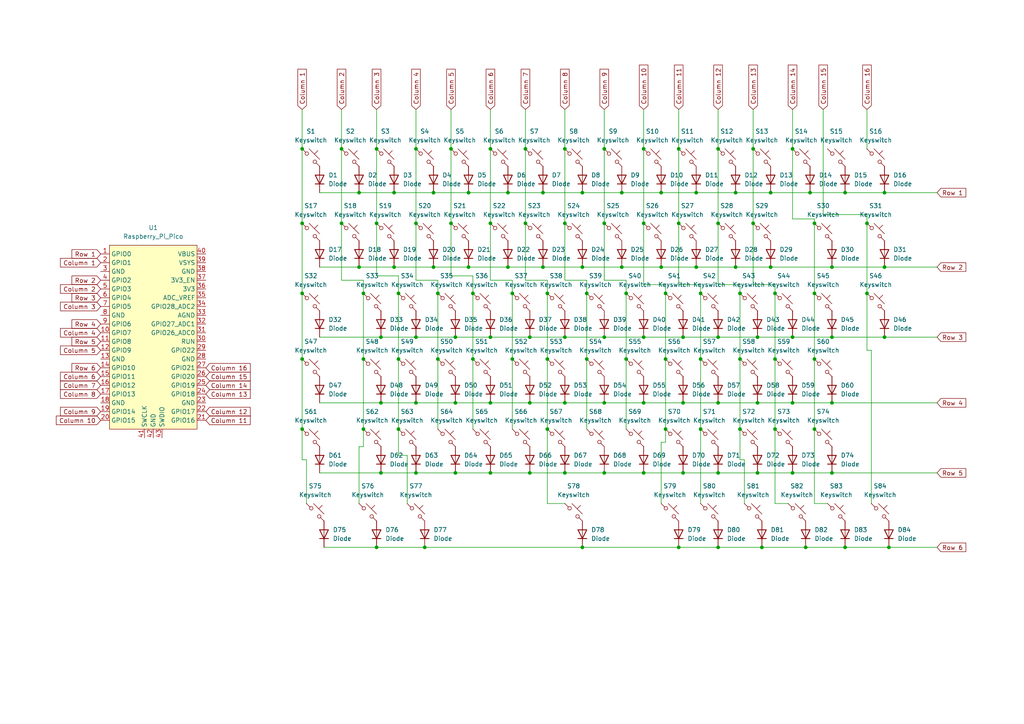
<source format=kicad_sch>
(kicad_sch (version 20231120) (generator "eeschema") (generator_version "8.0")
  (paper "A4")
  (junction (at 132.08 116.84))
  (junction (at 218.44 64.77))
  (junction (at 186.69 137.16))
  (junction (at 208.28 43.18))
  (junction (at 193.04 85.09))
  (junction (at 87.63 104.14))
  (junction (at 168.91 55.88))
  (junction (at 120.65 116.84))
  (junction (at 186.69 97.79))
  (junction (at 157.48 55.88))
  (junction (at 142.24 64.77))
  (junction (at 223.52 55.88))
  (junction (at 115.57 124.46))
  (junction (at 110.49 97.79))
  (junction (at 109.22 43.18))
  (junction (at 193.04 124.46))
  (junction (at 198.12 137.16))
  (junction (at 224.79 85.09))
  (junction (at 125.73 55.88))
  (junction (at 241.3 97.79))
  (junction (at 203.2 104.14))
  (junction (at 256.54 77.47))
  (junction (at 198.12 116.84))
  (junction (at 148.59 85.09))
  (junction (at 236.22 85.09))
  (junction (at 219.71 137.16))
  (junction (at 201.93 55.88))
  (junction (at 175.26 97.79))
  (junction (at 110.49 116.84))
  (junction (at 109.22 64.77))
  (junction (at 135.89 55.88))
  (junction (at 191.77 77.47))
  (junction (at 196.85 158.75))
  (junction (at 168.91 158.75))
  (junction (at 241.3 77.47))
  (junction (at 125.73 77.47))
  (junction (at 213.36 55.88))
  (junction (at 120.65 137.16))
  (junction (at 236.22 124.46))
  (junction (at 220.98 158.75))
  (junction (at 87.63 64.77))
  (junction (at 208.28 158.75))
  (junction (at 158.75 85.09))
  (junction (at 175.26 64.77))
  (junction (at 170.18 85.09))
  (junction (at 257.81 158.75))
  (junction (at 87.63 124.46))
  (junction (at 147.32 55.88))
  (junction (at 180.34 55.88))
  (junction (at 109.22 158.75))
  (junction (at 256.54 55.88))
  (junction (at 163.83 97.79))
  (junction (at 132.08 137.16))
  (junction (at 137.16 104.14))
  (junction (at 196.85 64.77))
  (junction (at 170.18 104.14))
  (junction (at 208.28 116.84))
  (junction (at 256.54 97.79))
  (junction (at 158.75 104.14))
  (junction (at 120.65 43.18))
  (junction (at 245.11 158.75))
  (junction (at 153.67 97.79))
  (junction (at 208.28 137.16))
  (junction (at 163.83 137.16))
  (junction (at 148.59 104.14))
  (junction (at 99.06 43.18))
  (junction (at 229.87 116.84))
  (junction (at 130.81 64.77))
  (junction (at 224.79 124.46))
  (junction (at 245.11 55.88))
  (junction (at 236.22 104.14))
  (junction (at 186.69 43.18))
  (junction (at 132.08 97.79))
  (junction (at 142.24 116.84))
  (junction (at 218.44 43.18))
  (junction (at 214.63 104.14))
  (junction (at 175.26 43.18))
  (junction (at 152.4 64.77))
  (junction (at 163.83 64.77))
  (junction (at 114.3 77.47))
  (junction (at 219.71 116.84))
  (junction (at 153.67 116.84))
  (junction (at 142.24 43.18))
  (junction (at 208.28 97.79))
  (junction (at 120.65 64.77))
  (junction (at 203.2 124.46))
  (junction (at 153.67 137.16))
  (junction (at 110.49 137.16))
  (junction (at 104.14 55.88))
  (junction (at 175.26 137.16))
  (junction (at 198.12 97.79))
  (junction (at 105.41 85.09))
  (junction (at 87.63 43.18))
  (junction (at 158.75 124.46))
  (junction (at 193.04 104.14))
  (junction (at 241.3 116.84))
  (junction (at 224.79 104.14))
  (junction (at 229.87 43.18))
  (junction (at 241.3 137.16))
  (junction (at 208.28 64.77))
  (junction (at 234.95 55.88))
  (junction (at 223.52 77.47))
  (junction (at 152.4 43.18))
  (junction (at 157.48 77.47))
  (junction (at 201.93 77.47))
  (junction (at 142.24 97.79))
  (junction (at 213.36 77.47))
  (junction (at 214.63 124.46))
  (junction (at 127 85.09))
  (junction (at 186.69 116.84))
  (junction (at 251.46 85.09))
  (junction (at 115.57 104.14))
  (junction (at 87.63 85.09))
  (junction (at 236.22 64.77))
  (junction (at 123.19 158.75))
  (junction (at 120.65 97.79))
  (junction (at 181.61 85.09))
  (junction (at 147.32 77.47))
  (junction (at 115.57 85.09))
  (junction (at 219.71 97.79))
  (junction (at 142.24 137.16))
  (junction (at 175.26 116.84))
  (junction (at 180.34 77.47))
  (junction (at 99.06 64.77))
  (junction (at 251.46 64.77))
  (junction (at 135.89 77.47))
  (junction (at 104.14 77.47))
  (junction (at 186.69 64.77))
  (junction (at 196.85 43.18))
  (junction (at 114.3 55.88))
  (junction (at 127 104.14))
  (junction (at 214.63 85.09))
  (junction (at 229.87 137.16))
  (junction (at 163.83 116.84))
  (junction (at 168.91 77.47))
  (junction (at 137.16 85.09))
  (junction (at 105.41 124.46))
  (junction (at 233.68 158.75))
  (junction (at 105.41 104.14))
  (junction (at 163.83 43.18))
  (junction (at 130.81 43.18))
  (junction (at 229.87 97.79))
  (junction (at 181.61 104.14))
  (junction (at 203.2 85.09))
  (junction (at 191.77 55.88))
  (wire (pts (xy 229.87 97.79) (xy 241.3 97.79)))
  (wire (pts (xy 148.59 81.28) (xy 142.24 81.28)))
  (wire (pts (xy 92.71 116.84) (xy 110.49 116.84)))
  (wire (pts (xy 203.2 146.05) (xy 203.2 124.46)))
  (wire (pts (xy 252.73 101.6) (xy 251.46 101.6)))
  (wire (pts (xy 92.71 97.79) (xy 110.49 97.79)))
  (wire (pts (xy 218.44 43.18) (xy 218.44 64.77)))
  (wire (pts (xy 180.34 55.88) (xy 191.77 55.88)))
  (wire (pts (xy 130.81 43.18) (xy 130.81 64.77)))
  (wire (pts (xy 181.61 85.09) (xy 181.61 81.28)))
  (wire (pts (xy 170.18 124.46) (xy 170.18 104.14)))
  (wire (pts (xy 123.19 158.75) (xy 168.91 158.75)))
  (wire (pts (xy 153.67 116.84) (xy 163.83 116.84)))
  (wire (pts (xy 175.26 64.77) (xy 175.26 81.28)))
  (wire (pts (xy 104.14 77.47) (xy 114.3 77.47)))
  (wire (pts (xy 170.18 85.09) (xy 170.18 81.28)))
  (wire (pts (xy 224.79 82.55) (xy 218.44 82.55)))
  (wire (pts (xy 214.63 85.09) (xy 214.63 82.55)))
  (wire (pts (xy 120.65 137.16) (xy 132.08 137.16)))
  (wire (pts (xy 168.91 55.88) (xy 180.34 55.88)))
  (wire (pts (xy 233.68 158.75) (xy 245.11 158.75)))
  (wire (pts (xy 92.71 55.88) (xy 104.14 55.88)))
  (wire (pts (xy 203.2 82.55) (xy 196.85 82.55)))
  (wire (pts (xy 127 85.09) (xy 127 81.28)))
  (wire (pts (xy 201.93 77.47) (xy 213.36 77.47)))
  (wire (pts (xy 163.83 116.84) (xy 175.26 116.84)))
  (wire (pts (xy 157.48 55.88) (xy 168.91 55.88)))
  (wire (pts (xy 214.63 124.46) (xy 214.63 104.14)))
  (wire (pts (xy 198.12 137.16) (xy 208.28 137.16)))
  (wire (pts (xy 236.22 85.09) (xy 236.22 64.77)))
  (wire (pts (xy 110.49 137.16) (xy 120.65 137.16)))
  (wire (pts (xy 163.83 97.79) (xy 175.26 97.79)))
  (wire (pts (xy 163.83 64.77) (xy 163.83 81.28)))
  (wire (pts (xy 193.04 104.14) (xy 193.04 85.09)))
  (wire (pts (xy 218.44 31.75) (xy 218.44 43.18)))
  (wire (pts (xy 223.52 55.88) (xy 234.95 55.88)))
  (wire (pts (xy 252.73 146.05) (xy 252.73 101.6)))
  (wire (pts (xy 251.46 101.6) (xy 251.46 85.09)))
  (wire (pts (xy 191.77 55.88) (xy 201.93 55.88)))
  (wire (pts (xy 241.3 137.16) (xy 271.78 137.16)))
  (wire (pts (xy 229.87 116.84) (xy 241.3 116.84)))
  (wire (pts (xy 104.14 129.54) (xy 105.41 129.54)))
  (wire (pts (xy 163.83 146.05) (xy 158.75 146.05)))
  (wire (pts (xy 196.85 31.75) (xy 196.85 43.18)))
  (wire (pts (xy 137.16 104.14) (xy 137.16 85.09)))
  (wire (pts (xy 208.28 116.84) (xy 219.71 116.84)))
  (wire (pts (xy 236.22 64.77) (xy 236.22 63.5)))
  (wire (pts (xy 152.4 31.75) (xy 152.4 43.18)))
  (wire (pts (xy 87.63 85.09) (xy 87.63 104.14)))
  (wire (pts (xy 208.28 43.18) (xy 208.28 64.77)))
  (wire (pts (xy 168.91 158.75) (xy 196.85 158.75)))
  (wire (pts (xy 256.54 55.88) (xy 271.78 55.88)))
  (wire (pts (xy 181.61 124.46) (xy 181.61 104.14)))
  (wire (pts (xy 193.04 85.09) (xy 193.04 82.55)))
  (wire (pts (xy 193.04 128.27) (xy 193.04 124.46)))
  (wire (pts (xy 158.75 85.09) (xy 158.75 81.28)))
  (wire (pts (xy 251.46 62.23) (xy 238.76 62.23)))
  (wire (pts (xy 196.85 64.77) (xy 196.85 82.55)))
  (wire (pts (xy 224.79 146.05) (xy 224.79 124.46)))
  (wire (pts (xy 208.28 158.75) (xy 220.98 158.75)))
  (wire (pts (xy 236.22 63.5) (xy 229.87 63.5)))
  (wire (pts (xy 229.87 31.75) (xy 229.87 43.18)))
  (wire (pts (xy 130.81 64.77) (xy 130.81 80.01)))
  (wire (pts (xy 186.69 116.84) (xy 198.12 116.84)))
  (wire (pts (xy 175.26 116.84) (xy 186.69 116.84)))
  (wire (pts (xy 193.04 124.46) (xy 193.04 104.14)))
  (wire (pts (xy 175.26 137.16) (xy 186.69 137.16)))
  (wire (pts (xy 158.75 146.05) (xy 158.75 124.46)))
  (wire (pts (xy 120.65 64.77) (xy 120.65 81.28)))
  (wire (pts (xy 137.16 80.01) (xy 130.81 80.01)))
  (wire (pts (xy 218.44 64.77) (xy 218.44 82.55)))
  (wire (pts (xy 142.24 64.77) (xy 142.24 81.28)))
  (wire (pts (xy 109.22 43.18) (xy 109.22 64.77)))
  (wire (pts (xy 88.9 146.05) (xy 88.9 133.35)))
  (wire (pts (xy 181.61 104.14) (xy 181.61 85.09)))
  (wire (pts (xy 213.36 77.47) (xy 223.52 77.47)))
  (wire (pts (xy 186.69 31.75) (xy 186.69 43.18)))
  (wire (pts (xy 115.57 132.08) (xy 115.57 124.46)))
  (wire (pts (xy 137.16 124.46) (xy 137.16 104.14)))
  (wire (pts (xy 87.63 43.18) (xy 87.63 64.77)))
  (wire (pts (xy 186.69 43.18) (xy 186.69 64.77)))
  (wire (pts (xy 148.59 104.14) (xy 148.59 85.09)))
  (wire (pts (xy 234.95 55.88) (xy 245.11 55.88)))
  (wire (pts (xy 196.85 43.18) (xy 196.85 64.77)))
  (wire (pts (xy 170.18 104.14) (xy 170.18 85.09)))
  (wire (pts (xy 87.63 124.46) (xy 87.63 133.35)))
  (wire (pts (xy 152.4 64.77) (xy 152.4 81.28)))
  (wire (pts (xy 203.2 85.09) (xy 203.2 82.55)))
  (wire (pts (xy 213.36 55.88) (xy 223.52 55.88)))
  (wire (pts (xy 214.63 82.55) (xy 208.28 82.55)))
  (wire (pts (xy 186.69 64.77) (xy 186.69 82.55)))
  (wire (pts (xy 115.57 80.01) (xy 109.22 80.01)))
  (wire (pts (xy 142.24 116.84) (xy 153.67 116.84)))
  (wire (pts (xy 191.77 146.05) (xy 191.77 128.27)))
  (wire (pts (xy 135.89 55.88) (xy 147.32 55.88)))
  (wire (pts (xy 157.48 77.47) (xy 168.91 77.47)))
  (wire (pts (xy 127 104.14) (xy 127 85.09)))
  (wire (pts (xy 120.65 31.75) (xy 120.65 43.18)))
  (wire (pts (xy 236.22 124.46) (xy 236.22 104.14)))
  (wire (pts (xy 170.18 81.28) (xy 163.83 81.28)))
  (wire (pts (xy 118.11 146.05) (xy 118.11 132.08)))
  (wire (pts (xy 135.89 77.47) (xy 147.32 77.47)))
  (wire (pts (xy 224.79 104.14) (xy 224.79 85.09)))
  (wire (pts (xy 181.61 81.28) (xy 175.26 81.28)))
  (wire (pts (xy 127 81.28) (xy 120.65 81.28)))
  (wire (pts (xy 208.28 137.16) (xy 219.71 137.16)))
  (wire (pts (xy 175.26 31.75) (xy 175.26 43.18)))
  (wire (pts (xy 105.41 129.54) (xy 105.41 124.46)))
  (wire (pts (xy 158.75 81.28) (xy 152.4 81.28)))
  (wire (pts (xy 153.67 97.79) (xy 163.83 97.79)))
  (wire (pts (xy 251.46 31.75) (xy 251.46 43.18)))
  (wire (pts (xy 245.11 55.88) (xy 256.54 55.88)))
  (wire (pts (xy 109.22 64.77) (xy 109.22 80.01)))
  (wire (pts (xy 191.77 128.27) (xy 193.04 128.27)))
  (wire (pts (xy 142.24 31.75) (xy 142.24 43.18)))
  (wire (pts (xy 186.69 137.16) (xy 198.12 137.16)))
  (wire (pts (xy 229.87 43.18) (xy 229.87 63.5)))
  (wire (pts (xy 163.83 137.16) (xy 175.26 137.16)))
  (wire (pts (xy 120.65 116.84) (xy 132.08 116.84)))
  (wire (pts (xy 228.6 146.05) (xy 224.79 146.05)))
  (wire (pts (xy 148.59 85.09) (xy 148.59 81.28)))
  (wire (pts (xy 186.69 97.79) (xy 198.12 97.79)))
  (wire (pts (xy 208.28 64.77) (xy 208.28 82.55)))
  (wire (pts (xy 110.49 97.79) (xy 120.65 97.79)))
  (wire (pts (xy 175.26 43.18) (xy 175.26 64.77)))
  (wire (pts (xy 152.4 43.18) (xy 152.4 64.77)))
  (wire (pts (xy 114.3 77.47) (xy 125.73 77.47)))
  (wire (pts (xy 203.2 124.46) (xy 203.2 104.14)))
  (wire (pts (xy 142.24 43.18) (xy 142.24 64.77)))
  (wire (pts (xy 99.06 64.77) (xy 99.06 81.28)))
  (wire (pts (xy 105.41 124.46) (xy 105.41 104.14)))
  (wire (pts (xy 203.2 104.14) (xy 203.2 85.09)))
  (wire (pts (xy 118.11 132.08) (xy 115.57 132.08)))
  (wire (pts (xy 132.08 97.79) (xy 142.24 97.79)))
  (wire (pts (xy 104.14 146.05) (xy 104.14 129.54)))
  (wire (pts (xy 241.3 116.84) (xy 271.78 116.84)))
  (wire (pts (xy 256.54 97.79) (xy 271.78 97.79)))
  (wire (pts (xy 193.04 82.55) (xy 186.69 82.55)))
  (wire (pts (xy 142.24 97.79) (xy 153.67 97.79)))
  (wire (pts (xy 191.77 77.47) (xy 201.93 77.47)))
  (wire (pts (xy 245.11 158.75) (xy 257.81 158.75)))
  (wire (pts (xy 99.06 43.18) (xy 99.06 64.77)))
  (wire (pts (xy 109.22 158.75) (xy 123.19 158.75)))
  (wire (pts (xy 257.81 158.75) (xy 271.78 158.75)))
  (wire (pts (xy 223.52 77.47) (xy 241.3 77.47)))
  (wire (pts (xy 241.3 77.47) (xy 256.54 77.47)))
  (wire (pts (xy 87.63 31.75) (xy 87.63 43.18)))
  (wire (pts (xy 251.46 85.09) (xy 251.46 64.77)))
  (wire (pts (xy 236.22 146.05) (xy 236.22 124.46)))
  (wire (pts (xy 109.22 31.75) (xy 109.22 43.18)))
  (wire (pts (xy 148.59 124.46) (xy 148.59 104.14)))
  (wire (pts (xy 180.34 77.47) (xy 191.77 77.47)))
  (wire (pts (xy 241.3 97.79) (xy 256.54 97.79)))
  (wire (pts (xy 219.71 116.84) (xy 229.87 116.84)))
  (wire (pts (xy 130.81 31.75) (xy 130.81 43.18)))
  (wire (pts (xy 120.65 97.79) (xy 132.08 97.79)))
  (wire (pts (xy 224.79 124.46) (xy 224.79 104.14)))
  (wire (pts (xy 142.24 137.16) (xy 153.67 137.16)))
  (wire (pts (xy 214.63 104.14) (xy 214.63 85.09)))
  (wire (pts (xy 229.87 137.16) (xy 241.3 137.16)))
  (wire (pts (xy 240.03 146.05) (xy 236.22 146.05)))
  (wire (pts (xy 99.06 31.75) (xy 99.06 43.18)))
  (wire (pts (xy 158.75 124.46) (xy 158.75 104.14)))
  (wire (pts (xy 127 124.46) (xy 127 104.14)))
  (wire (pts (xy 198.12 116.84) (xy 208.28 116.84)))
  (wire (pts (xy 125.73 55.88) (xy 135.89 55.88)))
  (wire (pts (xy 110.49 116.84) (xy 120.65 116.84)))
  (wire (pts (xy 93.98 158.75) (xy 109.22 158.75)))
  (wire (pts (xy 238.76 31.75) (xy 238.76 62.23)))
  (wire (pts (xy 92.71 137.16) (xy 110.49 137.16)))
  (wire (pts (xy 115.57 85.09) (xy 115.57 80.01)))
  (wire (pts (xy 137.16 85.09) (xy 137.16 80.01)))
  (wire (pts (xy 87.63 104.14) (xy 87.63 124.46)))
  (wire (pts (xy 115.57 124.46) (xy 115.57 104.14)))
  (wire (pts (xy 175.26 97.79) (xy 186.69 97.79)))
  (wire (pts (xy 219.71 97.79) (xy 229.87 97.79)))
  (wire (pts (xy 132.08 137.16) (xy 142.24 137.16)))
  (wire (pts (xy 114.3 55.88) (xy 125.73 55.88)))
  (wire (pts (xy 214.63 133.35) (xy 214.63 124.46)))
  (wire (pts (xy 147.32 77.47) (xy 157.48 77.47)))
  (wire (pts (xy 198.12 97.79) (xy 208.28 97.79)))
  (wire (pts (xy 219.71 137.16) (xy 229.87 137.16)))
  (wire (pts (xy 163.83 31.75) (xy 163.83 43.18)))
  (wire (pts (xy 153.67 137.16) (xy 163.83 137.16)))
  (wire (pts (xy 220.98 158.75) (xy 233.68 158.75)))
  (wire (pts (xy 92.71 77.47) (xy 104.14 77.47)))
  (wire (pts (xy 215.9 146.05) (xy 215.9 133.35)))
  (wire (pts (xy 196.85 158.75) (xy 208.28 158.75)))
  (wire (pts (xy 87.63 64.77) (xy 87.63 85.09)))
  (wire (pts (xy 215.9 133.35) (xy 214.63 133.35)))
  (wire (pts (xy 208.28 31.75) (xy 208.28 43.18)))
  (wire (pts (xy 158.75 104.14) (xy 158.75 85.09)))
  (wire (pts (xy 168.91 77.47) (xy 180.34 77.47)))
  (wire (pts (xy 120.65 43.18) (xy 120.65 64.77)))
  (wire (pts (xy 201.93 55.88) (xy 213.36 55.88)))
  (wire (pts (xy 236.22 104.14) (xy 236.22 85.09)))
  (wire (pts (xy 224.79 85.09) (xy 224.79 82.55)))
  (wire (pts (xy 88.9 133.35) (xy 87.63 133.35)))
  (wire (pts (xy 163.83 43.18) (xy 163.83 64.77)))
  (wire (pts (xy 147.32 55.88) (xy 157.48 55.88)))
  (wire (pts (xy 208.28 97.79) (xy 219.71 97.79)))
  (wire (pts (xy 251.46 64.77) (xy 251.46 62.23)))
  (wire (pts (xy 132.08 116.84) (xy 142.24 116.84)))
  (wire (pts (xy 105.41 81.28) (xy 99.06 81.28)))
  (wire (pts (xy 125.73 77.47) (xy 135.89 77.47)))
  (wire (pts (xy 256.54 77.47) (xy 271.78 77.47)))
  (wire (pts (xy 104.14 55.88) (xy 114.3 55.88)))
  (wire (pts (xy 105.41 85.09) (xy 105.41 81.28)))
  (wire (pts (xy 105.41 104.14) (xy 105.41 85.09)))
  (wire (pts (xy 115.57 104.14) (xy 115.57 85.09)))
  (global_label "Column 9" (shape input) (at 29.21 119.38 180) (property "Intersheetrefs" "${INTERSHEET_REFS}" (effects (hide yes))))
  (global_label "Column 10" (shape input) (at 29.21 121.92 180) (property "Intersheetrefs" "${INTERSHEET_REFS}" (effects (hide yes))))
  (global_label "Column 12" (shape input) (at 208.28 31.75 90) (property "Intersheetrefs" "${INTERSHEET_REFS}" (effects (hide yes))))
  (global_label "Column 13" (shape input) (at 218.44 31.75 90) (property "Intersheetrefs" "${INTERSHEET_REFS}" (effects (hide yes))))
  (global_label "Row 1" (shape input) (at 271.78 55.88 0) (property "Intersheetrefs" "${INTERSHEET_REFS}" (effects (hide yes))))
  (global_label "Column 14" (shape input) (at 59.69 111.76 0) (property "Intersheetrefs" "${INTERSHEET_REFS}" (effects (hide yes))))
  (global_label "Row 6" (shape input) (at 29.21 106.68 180) (property "Intersheetrefs" "${INTERSHEET_REFS}" (effects (hide yes))))
  (global_label "Column 8" (shape input) (at 29.21 114.3 180) (property "Intersheetrefs" "${INTERSHEET_REFS}" (effects (hide yes))))
  (global_label "Row 3" (shape input) (at 271.78 97.79 0) (property "Intersheetrefs" "${INTERSHEET_REFS}" (effects (hide yes))))
  (global_label "Column 7" (shape input) (at 29.21 111.76 180) (property "Intersheetrefs" "${INTERSHEET_REFS}" (effects (hide yes))))
  (global_label "Column 6" (shape input) (at 142.24 31.75 90) (property "Intersheetrefs" "${INTERSHEET_REFS}" (effects (hide yes))))
  (global_label "Column 3" (shape input) (at 29.21 88.9 180) (property "Intersheetrefs" "${INTERSHEET_REFS}" (effects (hide yes))))
  (global_label "Column 1" (shape input) (at 87.63 31.75 90) (property "Intersheetrefs" "${INTERSHEET_REFS}" (effects (hide yes))))
  (global_label "Column 2" (shape input) (at 29.21 83.82 180) (property "Intersheetrefs" "${INTERSHEET_REFS}" (effects (hide yes))))
  (global_label "Column 16" (shape input) (at 59.69 106.68 0) (property "Intersheetrefs" "${INTERSHEET_REFS}" (effects (hide yes))))
  (global_label "Column 3" (shape input) (at 109.22 31.75 90) (property "Intersheetrefs" "${INTERSHEET_REFS}" (effects (hide yes))))
  (global_label "Row 1" (shape input) (at 29.21 73.66 180) (property "Intersheetrefs" "${INTERSHEET_REFS}" (effects (hide yes))))
  (global_label "Row 5" (shape input) (at 29.21 99.06 180) (property "Intersheetrefs" "${INTERSHEET_REFS}" (effects (hide yes))))
  (global_label "Column 4" (shape input) (at 120.65 31.75 90) (property "Intersheetrefs" "${INTERSHEET_REFS}" (effects (hide yes))))
  (global_label "Column 11" (shape input) (at 59.69 121.92 0) (property "Intersheetrefs" "${INTERSHEET_REFS}" (effects (hide yes))))
  (global_label "Column 4" (shape input) (at 29.21 96.52 180) (property "Intersheetrefs" "${INTERSHEET_REFS}" (effects (hide yes))))
  (global_label "Column 2" (shape input) (at 99.06 31.75 90) (property "Intersheetrefs" "${INTERSHEET_REFS}" (effects (hide yes))))
  (global_label "Column 13" (shape input) (at 59.69 114.3 0) (property "Intersheetrefs" "${INTERSHEET_REFS}" (effects (hide yes))))
  (global_label "Column 5" (shape input) (at 130.81 31.75 90) (property "Intersheetrefs" "${INTERSHEET_REFS}" (effects (hide yes))))
  (global_label "Row 3" (shape input) (at 29.21 86.36 180) (property "Intersheetrefs" "${INTERSHEET_REFS}" (effects (hide yes))))
  (global_label "Row 4" (shape input) (at 271.78 116.84 0) (property "Intersheetrefs" "${INTERSHEET_REFS}" (effects (hide yes))))
  (global_label "Row 6" (shape input) (at 271.78 158.75 0) (property "Intersheetrefs" "${INTERSHEET_REFS}" (effects (hide yes))))
  (global_label "Row 2" (shape input) (at 271.78 77.47 0) (property "Intersheetrefs" "${INTERSHEET_REFS}" (effects (hide yes))))
  (global_label "Row 5" (shape input) (at 271.78 137.16 0) (property "Intersheetrefs" "${INTERSHEET_REFS}" (effects (hide yes))))
  (global_label "Column 5" (shape input) (at 29.21 101.6 180) (property "Intersheetrefs" "${INTERSHEET_REFS}" (effects (hide yes))))
  (global_label "Column 15" (shape input) (at 59.69 109.22 0) (property "Intersheetrefs" "${INTERSHEET_REFS}" (effects (hide yes))))
  (global_label "Row 4" (shape input) (at 29.21 93.98 180) (property "Intersheetrefs" "${INTERSHEET_REFS}" (effects (hide yes))))
  (global_label "Row 2" (shape input) (at 29.21 81.28 180) (property "Intersheetrefs" "${INTERSHEET_REFS}" (effects (hide yes))))
  (global_label "Column 6" (shape input) (at 29.21 109.22 180) (property "Intersheetrefs" "${INTERSHEET_REFS}" (effects (hide yes))))
  (global_label "Column 1" (shape input) (at 29.21 76.2 180) (property "Intersheetrefs" "${INTERSHEET_REFS}" (effects (hide yes))))
  (global_label "Column 9" (shape input) (at 175.26 31.75 90) (property "Intersheetrefs" "${INTERSHEET_REFS}" (effects (hide yes))))
  (global_label "Column 11" (shape input) (at 196.85 31.75 90) (property "Intersheetrefs" "${INTERSHEET_REFS}" (effects (hide yes))))
  (global_label "Column 15" (shape input) (at 238.76 31.75 90) (property "Intersheetrefs" "${INTERSHEET_REFS}" (effects (hide yes))))
  (global_label "Column 10" (shape input) (at 186.69 31.75 90) (property "Intersheetrefs" "${INTERSHEET_REFS}" (effects (hide yes))))
  (global_label "Column 12" (shape input) (at 59.69 119.38 0) (property "Intersheetrefs" "${INTERSHEET_REFS}" (effects (hide yes))))
  (global_label "Column 7" (shape input) (at 152.4 31.75 90) (property "Intersheetrefs" "${INTERSHEET_REFS}" (effects (hide yes))))
  (global_label "Column 16" (shape input) (at 251.46 31.75 90) (property "Intersheetrefs" "${INTERSHEET_REFS}" (effects (hide yes))))
  (global_label "Column 14" (shape input) (at 229.87 31.75 90) (property "Intersheetrefs" "${INTERSHEET_REFS}" (effects (hide yes))))
  (global_label "Column 8" (shape input) (at 163.83 31.75 90) (property "Intersheetrefs" "${INTERSHEET_REFS}" (effects (hide yes))))
  (symbol (lib_id "ScottoKeebs:Placeholder_Keyswitch") (at 238.76 127 0) (unit 1)
    (property "Reference" "S74" (at 238.76 119.38 0))
    (property "Value" "Keyswitch" (at 238.76 121.92 0))
    (property "Footprint" "ScottoKeebs_MX:MX_PCB" (effects (hide yes)))
    (property "Description" "Push button switch, normally open, two pins, 45° tilted" (effects (hide yes)))
  )
  (symbol (lib_id "ScottoKeebs:Placeholder_Diode") (at 120.65 113.03 90) (unit 1)
    (property "Reference" "D49" (at 123.19 111.7599 90) (effects (justify right)))
    (property "Value" "Diode" (at 123.19 114.2999 90) (effects (justify right)))
    (property "Footprint" "Diode_THT:D_DO-35_SOD27_P3.81mm_Vertical_KathodeUp" (effects (hide yes)))
    (property "Description" "1N4148 (DO-35) or 1N4148W (SOD-123)" (effects (hide yes)))
    (property "Sim.Device" "D" (effects (hide yes)))
    (property "Sim.Pins" "1=K 2=A" (effects (hide yes)))
  )
  (symbol (lib_id "ScottoKeebs:Placeholder_Keyswitch") (at 133.35 67.31 0) (unit 1)
    (property "Reference" "S21" (at 133.35 59.69 0))
    (property "Value" "Keyswitch" (at 133.35 62.23 0))
    (property "Footprint" "ScottoKeebs_MX:MX_PCB" (effects (hide yes)))
    (property "Description" "Push button switch, normally open, two pins, 45° tilted" (effects (hide yes)))
  )
  (symbol (lib_id "ScottoKeebs:Placeholder_Keyswitch") (at 227.33 106.68 0) (unit 1)
    (property "Reference" "S59" (at 227.33 99.06 0))
    (property "Value" "Keyswitch" (at 227.33 101.6 0))
    (property "Footprint" "ScottoKeebs_MX:MX_PCB" (effects (hide yes)))
    (property "Description" "Push button switch, normally open, two pins, 45° tilted" (effects (hide yes)))
  )
  (symbol (lib_id "ScottoKeebs:Placeholder_Diode") (at 223.52 52.07 90) (unit 1)
    (property "Reference" "D13" (at 226.06 50.7999 90) (effects (justify right)))
    (property "Value" "Diode" (at 226.06 53.3399 90) (effects (justify right)))
    (property "Footprint" "Diode_THT:D_DO-35_SOD27_P3.81mm_Vertical_KathodeUp" (effects (hide yes)))
    (property "Description" "1N4148 (DO-35) or 1N4148W (SOD-123)" (effects (hide yes)))
    (property "Sim.Device" "D" (effects (hide yes)))
    (property "Sim.Pins" "1=K 2=A" (effects (hide yes)))
  )
  (symbol (lib_id "ScottoKeebs:Placeholder_Diode") (at 180.34 52.07 90) (unit 1)
    (property "Reference" "D9" (at 182.88 50.7999 90) (effects (justify right)))
    (property "Value" "Diode" (at 182.88 53.3399 90) (effects (justify right)))
    (property "Footprint" "Diode_THT:D_DO-35_SOD27_P3.81mm_Vertical_KathodeUp" (effects (hide yes)))
    (property "Description" "1N4148 (DO-35) or 1N4148W (SOD-123)" (effects (hide yes)))
    (property "Sim.Device" "D" (effects (hide yes)))
    (property "Sim.Pins" "1=K 2=A" (effects (hide yes)))
  )
  (symbol (lib_id "ScottoKeebs:Placeholder_Keyswitch") (at 90.17 87.63 0) (unit 1)
    (property "Reference" "S32" (at 90.17 80.01 0))
    (property "Value" "Keyswitch" (at 90.17 82.55 0))
    (property "Footprint" "ScottoKeebs_MX:MX_PCB" (effects (hide yes)))
    (property "Description" "Push button switch, normally open, two pins, 45° tilted" (effects (hide yes)))
  )
  (symbol (lib_id "ScottoKeebs:Placeholder_Keyswitch") (at 172.72 87.63 0) (unit 1)
    (property "Reference" "S39" (at 172.72 80.01 0))
    (property "Value" "Keyswitch" (at 172.72 82.55 0))
    (property "Footprint" "ScottoKeebs_MX:MX_PCB" (effects (hide yes)))
    (property "Description" "Push button switch, normally open, two pins, 45° tilted" (effects (hide yes)))
  )
  (symbol (lib_id "ScottoKeebs:Placeholder_Keyswitch") (at 217.17 87.63 0) (unit 1)
    (property "Reference" "S43" (at 217.17 80.01 0))
    (property "Value" "Keyswitch" (at 217.17 82.55 0))
    (property "Footprint" "ScottoKeebs_MX:MX_PCB" (effects (hide yes)))
    (property "Description" "Push button switch, normally open, two pins, 45° tilted" (effects (hide yes)))
  )
  (symbol (lib_id "ScottoKeebs:Placeholder_Keyswitch") (at 254 87.63 0) (unit 1)
    (property "Reference" "S46" (at 254 80.01 0))
    (property "Value" "Keyswitch" (at 254 82.55 0))
    (property "Footprint" "ScottoKeebs_MX:MX_PCB" (effects (hide yes)))
    (property "Description" "Push button switch, normally open, two pins, 45° tilted" (effects (hide yes)))
  )
  (symbol (lib_id "ScottoKeebs:Placeholder_Diode") (at 168.91 73.66 90) (unit 1)
    (property "Reference" "D24" (at 171.45 72.3899 90) (effects (justify right)))
    (property "Value" "Diode" (at 171.45 74.9299 90) (effects (justify right)))
    (property "Footprint" "Diode_THT:D_DO-35_SOD27_P3.81mm_Vertical_KathodeUp" (effects (hide yes)))
    (property "Description" "1N4148 (DO-35) or 1N4148W (SOD-123)" (effects (hide yes)))
    (property "Sim.Device" "D" (effects (hide yes)))
    (property "Sim.Pins" "1=K 2=A" (effects (hide yes)))
  )
  (symbol (lib_id "ScottoKeebs:Placeholder_Diode") (at 223.52 73.66 90) (unit 1)
    (property "Reference" "D29" (at 226.06 72.3899 90) (effects (justify right)))
    (property "Value" "Diode" (at 226.06 74.9299 90) (effects (justify right)))
    (property "Footprint" "Diode_THT:D_DO-35_SOD27_P3.81mm_Vertical_KathodeUp" (effects (hide yes)))
    (property "Description" "1N4148 (DO-35) or 1N4148W (SOD-123)" (effects (hide yes)))
    (property "Sim.Device" "D" (effects (hide yes)))
    (property "Sim.Pins" "1=K 2=A" (effects (hide yes)))
  )
  (symbol (lib_id "ScottoKeebs:Placeholder_Keyswitch") (at 220.98 45.72 0) (unit 1)
    (property "Reference" "S13" (at 220.98 38.1 0))
    (property "Value" "Keyswitch" (at 220.98 40.64 0))
    (property "Footprint" "ScottoKeebs_MX:MX_PCB" (effects (hide yes)))
    (property "Description" "Push button switch, normally open, two pins, 45° tilted" (effects (hide yes)))
  )
  (symbol (lib_id "ScottoKeebs:Placeholder_Diode") (at 256.54 93.98 90) (unit 1)
    (property "Reference" "D46" (at 259.08 92.7099 90) (effects (justify right)))
    (property "Value" "Diode" (at 259.08 95.2499 90) (effects (justify right)))
    (property "Footprint" "Diode_THT:D_DO-35_SOD27_P3.81mm_Vertical_KathodeUp" (effects (hide yes)))
    (property "Description" "1N4148 (DO-35) or 1N4148W (SOD-123)" (effects (hide yes)))
    (property "Sim.Device" "D" (effects (hide yes)))
    (property "Sim.Pins" "1=K 2=A" (effects (hide yes)))
  )
  (symbol (lib_id "ScottoKeebs:Placeholder_Keyswitch") (at 184.15 127 0) (unit 1)
    (property "Reference" "S69" (at 184.15 119.38 0))
    (property "Value" "Keyswitch" (at 184.15 121.92 0))
    (property "Footprint" "ScottoKeebs_MX:MX_PCB" (effects (hide yes)))
    (property "Description" "Push button switch, normally open, two pins, 45° tilted" (effects (hide yes)))
  )
  (symbol (lib_id "ScottoKeebs:Placeholder_Diode") (at 168.91 154.94 90) (unit 1)
    (property "Reference" "D78" (at 171.45 153.6699 90) (effects (justify right)))
    (property "Value" "Diode" (at 171.45 156.2099 90) (effects (justify right)))
    (property "Footprint" "Diode_THT:D_DO-35_SOD27_P3.81mm_Vertical_KathodeUp" (effects (hide yes)))
    (property "Description" "1N4148 (DO-35) or 1N4148W (SOD-123)" (effects (hide yes)))
    (property "Sim.Device" "D" (effects (hide yes)))
    (property "Sim.Pins" "1=K 2=A" (effects (hide yes)))
  )
  (symbol (lib_id "ScottoKeebs:Placeholder_Diode") (at 257.81 154.94 90) (unit 1)
    (property "Reference" "D84" (at 260.35 153.6699 90) (effects (justify right)))
    (property "Value" "Diode" (at 260.35 156.2099 90) (effects (justify right)))
    (property "Footprint" "Diode_THT:D_DO-35_SOD27_P3.81mm_Vertical_KathodeUp" (effects (hide yes)))
    (property "Description" "1N4148 (DO-35) or 1N4148W (SOD-123)" (effects (hide yes)))
    (property "Sim.Device" "D" (effects (hide yes)))
    (property "Sim.Pins" "1=K 2=A" (effects (hide yes)))
  )
  (symbol (lib_id "ScottoKeebs:Placeholder_Keyswitch") (at 242.57 45.72 0) (unit 1)
    (property "Reference" "S15" (at 242.57 38.1 0))
    (property "Value" "Keyswitch" (at 242.57 40.64 0))
    (property "Footprint" "ScottoKeebs_MX:MX_PCB" (effects (hide yes)))
    (property "Description" "Push button switch, normally open, two pins, 45° tilted" (effects (hide yes)))
  )
  (symbol (lib_id "ScottoKeebs:Placeholder_Diode") (at 241.3 113.03 90) (unit 1)
    (property "Reference" "D60" (at 243.84 111.7599 90) (effects (justify right)))
    (property "Value" "Diode" (at 243.84 114.2999 90) (effects (justify right)))
    (property "Footprint" "Diode_THT:D_DO-35_SOD27_P3.81mm_Vertical_KathodeUp" (effects (hide yes)))
    (property "Description" "1N4148 (DO-35) or 1N4148W (SOD-123)" (effects (hide yes)))
    (property "Sim.Device" "D" (effects (hide yes)))
    (property "Sim.Pins" "1=K 2=A" (effects (hide yes)))
  )
  (symbol (lib_id "ScottoKeebs:Placeholder_Diode") (at 175.26 93.98 90) (unit 1)
    (property "Reference" "D39" (at 177.8 92.7099 90) (effects (justify right)))
    (property "Value" "Diode" (at 177.8 95.2499 90) (effects (justify right)))
    (property "Footprint" "Diode_THT:D_DO-35_SOD27_P3.81mm_Vertical_KathodeUp" (effects (hide yes)))
    (property "Description" "1N4148 (DO-35) or 1N4148W (SOD-123)" (effects (hide yes)))
    (property "Sim.Device" "D" (effects (hide yes)))
    (property "Sim.Pins" "1=K 2=A" (effects (hide yes)))
  )
  (symbol (lib_id "ScottoKeebs:Placeholder_Keyswitch") (at 129.54 127 0) (unit 1)
    (property "Reference" "S64" (at 129.54 119.38 0))
    (property "Value" "Keyswitch" (at 129.54 121.92 0))
    (property "Footprint" "ScottoKeebs_MX:MX_PCB" (effects (hide yes)))
    (property "Description" "Push button switch, normally open, two pins, 45° tilted" (effects (hide yes)))
  )
  (symbol (lib_id "ScottoKeebs:Placeholder_Keyswitch") (at 218.44 148.59 0) (unit 1)
    (property "Reference" "S81" (at 218.44 140.97 0))
    (property "Value" "Keyswitch" (at 218.44 143.51 0))
    (property "Footprint" "ScottoKeebs_MX:MX_PCB" (effects (hide yes)))
    (property "Description" "Push button switch, normally open, two pins, 45° tilted" (effects (hide yes)))
  )
  (symbol (lib_id "ScottoKeebs:Placeholder_Keyswitch") (at 195.58 127 0) (unit 1)
    (property "Reference" "S70" (at 195.58 119.38 0))
    (property "Value" "Keyswitch" (at 195.58 121.92 0))
    (property "Footprint" "ScottoKeebs_MX:MX_PCB" (effects (hide yes)))
    (property "Description" "Push button switch, normally open, two pins, 45° tilted" (effects (hide yes)))
  )
  (symbol (lib_id "ScottoKeebs:Placeholder_Keyswitch") (at 254 67.31 0) (unit 1)
    (property "Reference" "S31" (at 254 59.69 0))
    (property "Value" "Keyswitch" (at 254 62.23 0))
    (property "Footprint" "ScottoKeebs_MX:MX_PCB" (effects (hide yes)))
    (property "Description" "Push button switch, normally open, two pins, 45° tilted" (effects (hide yes)))
  )
  (symbol (lib_id "ScottoKeebs:Placeholder_Keyswitch") (at 242.57 148.59 0) (unit 1)
    (property "Reference" "S83" (at 242.57 140.97 0))
    (property "Value" "Keyswitch" (at 242.57 143.51 0))
    (property "Footprint" "ScottoKeebs_MX:MX_PCB" (effects (hide yes)))
    (property "Description" "Push button switch, normally open, two pins, 45° tilted" (effects (hide yes)))
  )
  (symbol (lib_id "ScottoKeebs:Placeholder_Diode") (at 163.83 93.98 90) (unit 1)
    (property "Reference" "D38" (at 166.37 92.7099 90) (effects (justify right)))
    (property "Value" "Diode" (at 166.37 95.2499 90) (effects (justify right)))
    (property "Footprint" "Diode_THT:D_DO-35_SOD27_P3.81mm_Vertical_KathodeUp" (effects (hide yes)))
    (property "Description" "1N4148 (DO-35) or 1N4148W (SOD-123)" (effects (hide yes)))
    (property "Sim.Device" "D" (effects (hide yes)))
    (property "Sim.Pins" "1=K 2=A" (effects (hide yes)))
  )
  (symbol (lib_id "ScottoKeebs:Placeholder_Diode") (at 120.65 93.98 90) (unit 1)
    (property "Reference" "D34" (at 123.19 92.7099 90) (effects (justify right)))
    (property "Value" "Diode" (at 123.19 95.2499 90) (effects (justify right)))
    (property "Footprint" "Diode_THT:D_DO-35_SOD27_P3.81mm_Vertical_KathodeUp" (effects (hide yes)))
    (property "Description" "1N4148 (DO-35) or 1N4148W (SOD-123)" (effects (hide yes)))
    (property "Sim.Device" "D" (effects (hide yes)))
    (property "Sim.Pins" "1=K 2=A" (effects (hide yes)))
  )
  (symbol (lib_id "ScottoKeebs:Placeholder_Diode") (at 109.22 154.94 90) (unit 1)
    (property "Reference" "D76" (at 111.76 153.6699 90) (effects (justify right)))
    (property "Value" "Diode" (at 111.76 156.2099 90) (effects (justify right)))
    (property "Footprint" "Diode_THT:D_DO-35_SOD27_P3.81mm_Vertical_KathodeUp" (effects (hide yes)))
    (property "Description" "1N4148 (DO-35) or 1N4148W (SOD-123)" (effects (hide yes)))
    (property "Sim.Device" "D" (effects (hide yes)))
    (property "Sim.Pins" "1=K 2=A" (effects (hide yes)))
  )
  (symbol (lib_id "ScottoKeebs:Placeholder_Diode") (at 219.71 113.03 90) (unit 1)
    (property "Reference" "D58" (at 222.25 111.7599 90) (effects (justify right)))
    (property "Value" "Diode" (at 222.25 114.2999 90) (effects (justify right)))
    (property "Footprint" "Diode_THT:D_DO-35_SOD27_P3.81mm_Vertical_KathodeUp" (effects (hide yes)))
    (property "Description" "1N4148 (DO-35) or 1N4148W (SOD-123)" (effects (hide yes)))
    (property "Sim.Device" "D" (effects (hide yes)))
    (property "Sim.Pins" "1=K 2=A" (effects (hide yes)))
  )
  (symbol (lib_id "ScottoKeebs:Placeholder_Keyswitch") (at 177.8 67.31 0) (unit 1)
    (property "Reference" "S25" (at 177.8 59.69 0))
    (property "Value" "Keyswitch" (at 177.8 62.23 0))
    (property "Footprint" "ScottoKeebs_MX:MX_PCB" (effects (hide yes)))
    (property "Description" "Push button switch, normally open, two pins, 45° tilted" (effects (hide yes)))
  )
  (symbol (lib_id "ScottoKeebs:Placeholder_Keyswitch") (at 154.94 45.72 0) (unit 1)
    (property "Reference" "S7" (at 154.94 38.1 0))
    (property "Value" "Keyswitch" (at 154.94 40.64 0))
    (property "Footprint" "ScottoKeebs_MX:MX_PCB" (effects (hide yes)))
    (property "Description" "Push button switch, normally open, two pins, 45° tilted" (effects (hide yes)))
  )
  (symbol (lib_id "ScottoKeebs:Placeholder_Diode") (at 125.73 73.66 90) (unit 1)
    (property "Reference" "D20" (at 128.27 72.3899 90) (effects (justify right)))
    (property "Value" "Diode" (at 128.27 74.9299 90) (effects (justify right)))
    (property "Footprint" "Diode_THT:D_DO-35_SOD27_P3.81mm_Vertical_KathodeUp" (effects (hide yes)))
    (property "Description" "1N4148 (DO-35) or 1N4148W (SOD-123)" (effects (hide yes)))
    (property "Sim.Device" "D" (effects (hide yes)))
    (property "Sim.Pins" "1=K 2=A" (effects (hide yes)))
  )
  (symbol (lib_id "ScottoKeebs:Placeholder_Diode") (at 153.67 113.03 90) (unit 1)
    (property "Reference" "D52" (at 156.21 111.7599 90) (effects (justify right)))
    (property "Value" "Diode" (at 156.21 114.2999 90) (effects (justify right)))
    (property "Footprint" "Diode_THT:D_DO-35_SOD27_P3.81mm_Vertical_KathodeUp" (effects (hide yes)))
    (property "Description" "1N4148 (DO-35) or 1N4148W (SOD-123)" (effects (hide yes)))
    (property "Sim.Device" "D" (effects (hide yes)))
    (property "Sim.Pins" "1=K 2=A" (effects (hide yes)))
  )
  (symbol (lib_id "ScottoKeebs:Placeholder_Keyswitch") (at 238.76 106.68 0) (unit 1)
    (property "Reference" "S60" (at 238.76 99.06 0))
    (property "Value" "Keyswitch" (at 238.76 101.6 0))
    (property "Footprint" "ScottoKeebs_MX:MX_PCB" (effects (hide yes)))
    (property "Description" "Push button switch, normally open, two pins, 45° tilted" (effects (hide yes)))
  )
  (symbol (lib_id "ScottoKeebs:Placeholder_Diode") (at 92.71 113.03 90) (unit 1)
    (property "Reference" "D47" (at 95.25 111.7599 90) (effects (justify right)))
    (property "Value" "Diode" (at 95.25 114.2999 90) (effects (justify right)))
    (property "Footprint" "Diode_THT:D_DO-35_SOD27_P3.81mm_Vertical_KathodeUp" (effects (hide yes)))
    (property "Description" "1N4148 (DO-35) or 1N4148W (SOD-123)" (effects (hide yes)))
    (property "Sim.Device" "D" (effects (hide yes)))
    (property "Sim.Pins" "1=K 2=A" (effects (hide yes)))
  )
  (symbol (lib_id "ScottoKeebs:Placeholder_Keyswitch") (at 118.11 106.68 0) (unit 1)
    (property "Reference" "S49" (at 118.11 99.06 0))
    (property "Value" "Keyswitch" (at 118.11 101.6 0))
    (property "Footprint" "ScottoKeebs_MX:MX_PCB" (effects (hide yes)))
    (property "Description" "Push button switch, normally open, two pins, 45° tilted" (effects (hide yes)))
  )
  (symbol (lib_id "ScottoKeebs:Placeholder_Diode") (at 219.71 133.35 90) (unit 1)
    (property "Reference" "D72" (at 222.25 132.0799 90) (effects (justify right)))
    (property "Value" "Diode" (at 222.25 134.6199 90) (effects (justify right)))
    (property "Footprint" "Diode_THT:D_DO-35_SOD27_P3.81mm_Vertical_KathodeUp" (effects (hide yes)))
    (property "Description" "1N4148 (DO-35) or 1N4148W (SOD-123)" (effects (hide yes)))
    (property "Sim.Device" "D" (effects (hide yes)))
    (property "Sim.Pins" "1=K 2=A" (effects (hide yes)))
  )
  (symbol (lib_id "ScottoKeebs:Placeholder_Keyswitch") (at 199.39 45.72 0) (unit 1)
    (property "Reference" "S11" (at 199.39 38.1 0))
    (property "Value" "Keyswitch" (at 199.39 40.64 0))
    (property "Footprint" "ScottoKeebs_MX:MX_PCB" (effects (hide yes)))
    (property "Description" "Push button switch, normally open, two pins, 45° tilted" (effects (hide yes)))
  )
  (symbol (lib_id "ScottoKeebs:Placeholder_Diode") (at 147.32 52.07 90) (unit 1)
    (property "Reference" "D6" (at 149.86 50.7999 90) (effects (justify right)))
    (property "Value" "Diode" (at 149.86 53.3399 90) (effects (justify right)))
    (property "Footprint" "Diode_THT:D_DO-35_SOD27_P3.81mm_Vertical_KathodeUp" (effects (hide yes)))
    (property "Description" "1N4148 (DO-35) or 1N4148W (SOD-123)" (effects (hide yes)))
    (property "Sim.Device" "D" (effects (hide yes)))
    (property "Sim.Pins" "1=K 2=A" (effects (hide yes)))
  )
  (symbol (lib_id "ScottoKeebs:Placeholder_Diode") (at 132.08 113.03 90) (unit 1)
    (property "Reference" "D50" (at 134.62 111.7599 90) (effects (justify right)))
    (property "Value" "Diode" (at 134.62 114.2999 90) (effects (justify right)))
    (property "Footprint" "Diode_THT:D_DO-35_SOD27_P3.81mm_Vertical_KathodeUp" (effects (hide yes)))
    (property "Description" "1N4148 (DO-35) or 1N4148W (SOD-123)" (effects (hide yes)))
    (property "Sim.Device" "D" (effects (hide yes)))
    (property "Sim.Pins" "1=K 2=A" (effects (hide yes)))
  )
  (symbol (lib_id "ScottoKeebs:Placeholder_Diode") (at 186.69 113.03 90) (unit 1)
    (property "Reference" "D55" (at 189.23 111.7599 90) (effects (justify right)))
    (property "Value" "Diode" (at 189.23 114.2999 90) (effects (justify right)))
    (property "Footprint" "Diode_THT:D_DO-35_SOD27_P3.81mm_Vertical_KathodeUp" (effects (hide yes)))
    (property "Description" "1N4148 (DO-35) or 1N4148W (SOD-123)" (effects (hide yes)))
    (property "Sim.Device" "D" (effects (hide yes)))
    (property "Sim.Pins" "1=K 2=A" (effects (hide yes)))
  )
  (symbol (lib_id "ScottoKeebs:Placeholder_Keyswitch") (at 118.11 87.63 0) (unit 1)
    (property "Reference" "S34" (at 118.11 80.01 0))
    (property "Value" "Keyswitch" (at 118.11 82.55 0))
    (property "Footprint" "ScottoKeebs_MX:MX_PCB" (effects (hide yes)))
    (property "Description" "Push button switch, normally open, two pins, 45° tilted" (effects (hide yes)))
  )
  (symbol (lib_id "ScottoKeebs:Placeholder_Diode") (at 110.49 93.98 90) (unit 1)
    (property "Reference" "D33" (at 113.03 92.7099 90) (effects (justify right)))
    (property "Value" "Diode" (at 113.03 95.2499 90) (effects (justify right)))
    (property "Footprint" "Diode_THT:D_DO-35_SOD27_P3.81mm_Vertical_KathodeUp" (effects (hide yes)))
    (property "Description" "1N4148 (DO-35) or 1N4148W (SOD-123)" (effects (hide yes)))
    (property "Sim.Device" "D" (effects (hide yes)))
    (property "Sim.Pins" "1=K 2=A" (effects (hide yes)))
  )
  (symbol (lib_id "ScottoKeebs:Placeholder_Keyswitch") (at 210.82 45.72 0) (unit 1)
    (property "Reference" "S12" (at 210.82 38.1 0))
    (property "Value" "Keyswitch" (at 210.82 40.64 0))
    (property "Footprint" "ScottoKeebs_MX:MX_PCB" (effects (hide yes)))
    (property "Description" "Push button switch, normally open, two pins, 45° tilted" (effects (hide yes)))
  )
  (symbol (lib_id "ScottoKeebs:Placeholder_Diode") (at 256.54 73.66 90) (unit 1)
    (property "Reference" "D31" (at 259.08 72.3899 90) (effects (justify right)))
    (property "Value" "Diode" (at 259.08 74.9299 90) (effects (justify right)))
    (property "Footprint" "Diode_THT:D_DO-35_SOD27_P3.81mm_Vertical_KathodeUp" (effects (hide yes)))
    (property "Description" "1N4148 (DO-35) or 1N4148W (SOD-123)" (effects (hide yes)))
    (property "Sim.Device" "D" (effects (hide yes)))
    (property "Sim.Pins" "1=K 2=A" (effects (hide yes)))
  )
  (symbol (lib_id "ScottoKeebs:Placeholder_Diode") (at 92.71 93.98 90) (unit 1)
    (property "Reference" "D32" (at 95.25 92.7099 90) (effects (justify right)))
    (property "Value" "Diode" (at 95.25 95.2499 90) (effects (justify right)))
    (property "Footprint" "Diode_THT:D_DO-35_SOD27_P3.81mm_Vertical_KathodeUp" (effects (hide yes)))
    (property "Description" "1N4148 (DO-35) or 1N4148W (SOD-123)" (effects (hide yes)))
    (property "Sim.Device" "D" (effects (hide yes)))
    (property "Sim.Pins" "1=K 2=A" (effects (hide yes)))
  )
  (symbol (lib_id "ScottoKeebs:Placeholder_Keyswitch") (at 107.95 87.63 0) (unit 1)
    (property "Reference" "S33" (at 107.95 80.01 0))
    (property "Value" "Keyswitch" (at 107.95 82.55 0))
    (property "Footprint" "ScottoKeebs_MX:MX_PCB" (effects (hide yes)))
    (property "Description" "Push button switch, normally open, two pins, 45° tilted" (effects (hide yes)))
  )
  (symbol (lib_id "ScottoKeebs:Placeholder_Keyswitch") (at 91.44 148.59 0) (unit 1)
    (property "Reference" "S75" (at 91.44 140.97 0))
    (property "Value" "Keyswitch" (at 91.44 143.51 0))
    (property "Footprint" "ScottoKeebs_MX:MX_PCB" (effects (hide yes)))
    (property "Description" "Push button switch, normally open, two pins, 45° tilted" (effects (hide yes)))
  )
  (symbol (lib_id "ScottoKeebs:Placeholder_Diode") (at 132.08 133.35 90) (unit 1)
    (property "Reference" "D64" (at 134.62 132.0799 90) (effects (justify right)))
    (property "Value" "Diode" (at 134.62 134.6199 90) (effects (justify right)))
    (property "Footprint" "Diode_THT:D_DO-35_SOD27_P3.81mm_Vertical_KathodeUp" (effects (hide yes)))
    (property "Description" "1N4148 (DO-35) or 1N4148W (SOD-123)" (effects (hide yes)))
    (property "Sim.Device" "D" (effects (hide yes)))
    (property "Sim.Pins" "1=K 2=A" (effects (hide yes)))
  )
  (symbol (lib_id "ScottoKeebs:Placeholder_Keyswitch") (at 205.74 106.68 0) (unit 1)
    (property "Reference" "S57" (at 205.74 99.06 0))
    (property "Value" "Keyswitch" (at 205.74 101.6 0))
    (property "Footprint" "ScottoKeebs_MX:MX_PCB" (effects (hide yes)))
    (property "Description" "Push button switch, normally open, two pins, 45° tilted" (effects (hide yes)))
  )
  (symbol (lib_id "ScottoKeebs:Placeholder_Diode") (at 186.69 93.98 90) (unit 1)
    (property "Reference" "D40" (at 189.23 92.7099 90) (effects (justify right)))
    (property "Value" "Diode" (at 189.23 95.2499 90) (effects (justify right)))
    (property "Footprint" "Diode_THT:D_DO-35_SOD27_P3.81mm_Vertical_KathodeUp" (effects (hide yes)))
    (property "Description" "1N4148 (DO-35) or 1N4148W (SOD-123)" (effects (hide yes)))
    (property "Sim.Device" "D" (effects (hide yes)))
    (property "Sim.Pins" "1=K 2=A" (effects (hide yes)))
  )
  (symbol (lib_id "ScottoKeebs:Placeholder_Keyswitch") (at 210.82 67.31 0) (unit 1)
    (property "Reference" "S28" (at 210.82 59.69 0))
    (property "Value" "Keyswitch" (at 210.82 62.23 0))
    (property "Footprint" "ScottoKeebs_MX:MX_PCB" (effects (hide yes)))
    (property "Description" "Push button switch, normally open, two pins, 45° tilted" (effects (hide yes)))
  )
  (symbol (lib_id "ScottoKeebs:Placeholder_Diode") (at 241.3 73.66 90) (unit 1)
    (property "Reference" "D30" (at 243.84 72.3899 90) (effects (justify right)))
    (property "Value" "Diode" (at 243.84 74.9299 90) (effects (justify right)))
    (property "Footprint" "Diode_THT:D_DO-35_SOD27_P3.81mm_Vertical_KathodeUp" (effects (hide yes)))
    (property "Description" "1N4148 (DO-35) or 1N4148W (SOD-123)" (effects (hide yes)))
    (property "Sim.Device" "D" (effects (hide yes)))
    (property "Sim.Pins" "1=K 2=A" (effects (hide yes)))
  )
  (symbol (lib_id "ScottoKeebs:Placeholder_Keyswitch") (at 123.19 67.31 0) (unit 1)
    (property "Reference" "S20" (at 123.19 59.69 0))
    (property "Value" "Keyswitch" (at 123.19 62.23 0))
    (property "Footprint" "ScottoKeebs_MX:MX_PCB" (effects (hide yes)))
    (property "Description" "Push button switch, normally open, two pins, 45° tilted" (effects (hide yes)))
  )
  (symbol (lib_id "ScottoKeebs:Placeholder_Diode") (at 114.3 52.07 90) (unit 1)
    (property "Reference" "D3" (at 116.84 50.7999 90) (effects (justify right)))
    (property "Value" "Diode" (at 116.84 53.3399 90) (effects (justify right)))
    (property "Footprint" "Diode_THT:D_DO-35_SOD27_P3.81mm_Vertical_KathodeUp" (effects (hide yes)))
    (property "Description" "1N4148 (DO-35) or 1N4148W (SOD-123)" (effects (hide yes)))
    (property "Sim.Device" "D" (effects (hide yes)))
    (property "Sim.Pins" "1=K 2=A" (effects (hide yes)))
  )
  (symbol (lib_id "ScottoKeebs:Placeholder_Diode") (at 142.24 133.35 90) (unit 1)
    (property "Reference" "D65" (at 144.78 132.0799 90) (effects (justify right)))
    (property "Value" "Diode" (at 144.78 134.6199 90) (effects (justify right)))
    (property "Footprint" "Diode_THT:D_DO-35_SOD27_P3.81mm_Vertical_KathodeUp" (effects (hide yes)))
    (property "Description" "1N4148 (DO-35) or 1N4148W (SOD-123)" (effects (hide yes)))
    (property "Sim.Device" "D" (effects (hide yes)))
    (property "Sim.Pins" "1=K 2=A" (effects (hide yes)))
  )
  (symbol (lib_id "ScottoKeebs:Placeholder_Keyswitch") (at 189.23 67.31 0) (unit 1)
    (property "Reference" "S26" (at 189.23 59.69 0))
    (property "Value" "Keyswitch" (at 189.23 62.23 0))
    (property "Footprint" "ScottoKeebs_MX:MX_PCB" (effects (hide yes)))
    (property "Description" "Push button switch, normally open, two pins, 45° tilted" (effects (hide yes)))
  )
  (symbol (lib_id "ScottoKeebs:Placeholder_Diode") (at 198.12 93.98 90) (unit 1)
    (property "Reference" "D41" (at 200.66 92.7099 90) (effects (justify right)))
    (property "Value" "Diode" (at 200.66 95.2499 90) (effects (justify right)))
    (property "Footprint" "Diode_THT:D_DO-35_SOD27_P3.81mm_Vertical_KathodeUp" (effects (hide yes)))
    (property "Description" "1N4148 (DO-35) or 1N4148W (SOD-123)" (effects (hide yes)))
    (property "Sim.Device" "D" (effects (hide yes)))
    (property "Sim.Pins" "1=K 2=A" (effects (hide yes)))
  )
  (symbol (lib_id "ScottoKeebs:Placeholder_Diode") (at 256.54 52.07 90) (unit 1)
    (property "Reference" "D16" (at 259.08 50.7999 90) (effects (justify right)))
    (property "Value" "Diode" (at 259.08 53.3399 90) (effects (justify right)))
    (property "Footprint" "Diode_THT:D_DO-35_SOD27_P3.81mm_Vertical_KathodeUp" (effects (hide yes)))
    (property "Description" "1N4148 (DO-35) or 1N4148W (SOD-123)" (effects (hide yes)))
    (property "Sim.Device" "D" (effects (hide yes)))
    (property "Sim.Pins" "1=K 2=A" (effects (hide yes)))
  )
  (symbol (lib_id "ScottoKeebs:Placeholder_Keyswitch") (at 151.13 127 0) (unit 1)
    (property "Reference" "S66" (at 151.13 119.38 0))
    (property "Value" "Keyswitch" (at 151.13 121.92 0))
    (property "Footprint" "ScottoKeebs_MX:MX_PCB" (effects (hide yes)))
    (property "Description" "Push button switch, normally open, two pins, 45° tilted" (effects (hide yes)))
  )
  (symbol (lib_id "ScottoKeebs:Placeholder_Keyswitch") (at 101.6 67.31 0) (unit 1)
    (property "Reference" "S18" (at 101.6 59.69 0))
    (property "Value" "Keyswitch" (at 101.6 62.23 0))
    (property "Footprint" "ScottoKeebs_MX:MX_PCB" (effects (hide yes)))
    (property "Description" "Push button switch, normally open, two pins, 45° tilted" (effects (hide yes)))
  )
  (symbol (lib_id "ScottoKeebs:Placeholder_Diode") (at 153.67 93.98 90) (unit 1)
    (property "Reference" "D37" (at 156.21 92.7099 90) (effects (justify right)))
    (property "Value" "Diode" (at 156.21 95.2499 90) (effects (justify right)))
    (property "Footprint" "Diode_THT:D_DO-35_SOD27_P3.81mm_Vertical_KathodeUp" (effects (hide yes)))
    (property "Description" "1N4148 (DO-35) or 1N4148W (SOD-123)" (effects (hide yes)))
    (property "Sim.Device" "D" (effects (hide yes)))
    (property "Sim.Pins" "1=K 2=A" (effects (hide yes)))
  )
  (symbol (lib_id "ScottoKeebs:Placeholder_Keyswitch") (at 144.78 45.72 0) (unit 1)
    (property "Reference" "S6" (at 144.78 38.1 0))
    (property "Value" "Keyswitch" (at 144.78 40.64 0))
    (property "Footprint" "ScottoKeebs_MX:MX_PCB" (effects (hide yes)))
    (property "Description" "Push button switch, normally open, two pins, 45° tilted" (effects (hide yes)))
  )
  (symbol (lib_id "ScottoKeebs:Placeholder_Diode") (at 157.48 52.07 90) (unit 1)
    (property "Reference" "D7" (at 160.02 50.7999 90) (effects (justify right)))
    (property "Value" "Diode" (at 160.02 53.3399 90) (effects (justify right)))
    (property "Footprint" "Diode_THT:D_DO-35_SOD27_P3.81mm_Vertical_KathodeUp" (effects (hide yes)))
    (property "Description" "1N4148 (DO-35) or 1N4148W (SOD-123)" (effects (hide yes)))
    (property "Sim.Device" "D" (effects (hide yes)))
    (property "Sim.Pins" "1=K 2=A" (effects (hide yes)))
  )
  (symbol (lib_id "ScottoKeebs:Placeholder_Diode") (at 142.24 93.98 90) (unit 1)
    (property "Reference" "D36" (at 144.78 92.7099 90) (effects (justify right)))
    (property "Value" "Diode" (at 144.78 95.2499 90) (effects (justify right)))
    (property "Footprint" "Diode_THT:D_DO-35_SOD27_P3.81mm_Vertical_KathodeUp" (effects (hide yes)))
    (property "Description" "1N4148 (DO-35) or 1N4148W (SOD-123)" (effects (hide yes)))
    (property "Sim.Device" "D" (effects (hide yes)))
    (property "Sim.Pins" "1=K 2=A" (effects (hide yes)))
  )
  (symbol (lib_id "ScottoKeebs:Placeholder_Keyswitch") (at 172.72 106.68 0) (unit 1)
    (property "Reference" "S54" (at 172.72 99.06 0))
    (property "Value" "Keyswitch" (at 172.72 101.6 0))
    (property "Footprint" "ScottoKeebs_MX:MX_PCB" (effects (hide yes)))
    (property "Description" "Push button switch, normally open, two pins, 45° tilted" (effects (hide yes)))
  )
  (symbol (lib_id "ScottoKeebs:Placeholder_Diode") (at 201.93 52.07 90) (unit 1)
    (property "Reference" "D11" (at 204.47 50.7999 90) (effects (justify right)))
    (property "Value" "Diode" (at 204.47 53.3399 90) (effects (justify right)))
    (property "Footprint" "Diode_THT:D_DO-35_SOD27_P3.81mm_Vertical_KathodeUp" (effects (hide yes)))
    (property "Description" "1N4148 (DO-35) or 1N4148W (SOD-123)" (effects (hide yes)))
    (property "Sim.Device" "D" (effects (hide yes)))
    (property "Sim.Pins" "1=K 2=A" (effects (hide yes)))
  )
  (symbol (lib_id "ScottoKeebs:Placeholder_Diode") (at 125.73 52.07 90) (unit 1)
    (property "Reference" "D4" (at 128.27 50.7999 90) (effects (justify right)))
    (property "Value" "Diode" (at 128.27 53.3399 90) (effects (justify right)))
    (property "Footprint" "Diode_THT:D_DO-35_SOD27_P3.81mm_Vertical_KathodeUp" (effects (hide yes)))
    (property "Description" "1N4148 (DO-35) or 1N4148W (SOD-123)" (effects (hide yes)))
    (property "Sim.Device" "D" (effects (hide yes)))
    (property "Sim.Pins" "1=K 2=A" (effects (hide yes)))
  )
  (symbol (lib_id "ScottoKeebs:Placeholder_Diode") (at 229.87 113.03 90) (unit 1)
    (property "Reference" "D59" (at 232.41 111.7599 90) (effects (justify right)))
    (property "Value" "Diode" (at 232.41 114.2999 90) (effects (justify right)))
    (property "Footprint" "Diode_THT:D_DO-35_SOD27_P3.81mm_Vertical_KathodeUp" (effects (hide yes)))
    (property "Description" "1N4148 (DO-35) or 1N4148W (SOD-123)" (effects (hide yes)))
    (property "Sim.Device" "D" (effects (hide yes)))
    (property "Sim.Pins" "1=K 2=A" (effects (hide yes)))
  )
  (symbol (lib_id "ScottoKeebs:Placeholder_Diode") (at 92.71 133.35 90) (unit 1)
    (property "Reference" "D61" (at 95.25 132.0799 90) (effects (justify right)))
    (property "Value" "Diode" (at 95.25 134.6199 90) (effects (justify right)))
    (property "Footprint" "Diode_THT:D_DO-35_SOD27_P3.81mm_Vertical_KathodeUp" (effects (hide yes)))
    (property "Description" "1N4148 (DO-35) or 1N4148W (SOD-123)" (effects (hide yes)))
    (property "Sim.Device" "D" (effects (hide yes)))
    (property "Sim.Pins" "1=K 2=A" (effects (hide yes)))
  )
  (symbol (lib_id "ScottoKeebs:Placeholder_Keyswitch") (at 166.37 148.59 0) (unit 1)
    (property "Reference" "S78" (at 166.37 140.97 0))
    (property "Value" "Keyswitch" (at 166.37 143.51 0))
    (property "Footprint" "ScottoKeebs_MX:MX_PCB" (effects (hide yes)))
    (property "Description" "Push button switch, normally open, two pins, 45° tilted" (effects (hide yes)))
  )
  (symbol (lib_id "ScottoKeebs:Placeholder_Keyswitch") (at 189.23 45.72 0) (unit 1)
    (property "Reference" "S10" (at 189.23 38.1 0))
    (property "Value" "Keyswitch" (at 189.23 40.64 0))
    (property "Footprint" "ScottoKeebs_MX:MX_PCB" (effects (hide yes)))
    (property "Description" "Push button switch, normally open, two pins, 45° tilted" (effects (hide yes)))
  )
  (symbol (lib_id "ScottoKeebs:Placeholder_Diode") (at 186.69 133.35 90) (unit 1)
    (property "Reference" "D69" (at 189.23 132.0799 90) (effects (justify right)))
    (property "Value" "Diode" (at 189.23 134.6199 90) (effects (justify right)))
    (property "Footprint" "Diode_THT:D_DO-35_SOD27_P3.81mm_Vertical_KathodeUp" (effects (hide yes)))
    (property "Description" "1N4148 (DO-35) or 1N4148W (SOD-123)" (effects (hide yes)))
    (property "Sim.Device" "D" (effects (hide yes)))
    (property "Sim.Pins" "1=K 2=A" (effects (hide yes)))
  )
  (symbol (lib_id "ScottoKeebs:Placeholder_Keyswitch") (at 154.94 67.31 0) (unit 1)
    (property "Reference" "S23" (at 154.94 59.69 0))
    (property "Value" "Keyswitch" (at 154.94 62.23 0))
    (property "Footprint" "ScottoKeebs_MX:MX_PCB" (effects (hide yes)))
    (property "Description" "Push button switch, normally open, two pins, 45° tilted" (effects (hide yes)))
  )
  (symbol (lib_id "ScottoKeebs:Placeholder_Diode") (at 245.11 154.94 90) (unit 1)
    (property "Reference" "D83" (at 247.65 153.6699 90) (effects (justify right)))
    (property "Value" "Diode" (at 247.65 156.2099 90) (effects (justify right)))
    (property "Footprint" "Diode_THT:D_DO-35_SOD27_P3.81mm_Vertical_KathodeUp" (effects (hide yes)))
    (property "Description" "1N4148 (DO-35) or 1N4148W (SOD-123)" (effects (hide yes)))
    (property "Sim.Device" "D" (effects (hide yes)))
    (property "Sim.Pins" "1=K 2=A" (effects (hide yes)))
  )
  (symbol (lib_id "ScottoKeebs:Placeholder_Diode") (at 229.87 93.98 90) (unit 1)
    (property "Reference" "D44" (at 232.41 92.7099 90) (effects (justify right)))
    (property "Value" "Diode" (at 232.41 95.2499 90) (effects (justify right)))
    (property "Footprint" "Diode_THT:D_DO-35_SOD27_P3.81mm_Vertical_KathodeUp" (effects (hide yes)))
    (property "Description" "1N4148 (DO-35) or 1N4148W (SOD-123)" (effects (hide yes)))
    (property "Sim.Device" "D" (effects (hide yes)))
    (property "Sim.Pins" "1=K 2=A" (effects (hide yes)))
  )
  (symbol (lib_id "ScottoKeebs:Placeholder_Keyswitch") (at 151.13 87.63 0) (unit 1)
    (property "Reference" "S37" (at 151.13 80.01 0))
    (property "Value" "Keyswitch" (at 151.13 82.55 0))
    (property "Footprint" "ScottoKeebs_MX:MX_PCB" (effects (hide yes)))
    (property "Description" "Push button switch, normally open, two pins, 45° tilted" (effects (hide yes)))
  )
  (symbol (lib_id "ScottoKeebs:Placeholder_Keyswitch") (at 254 45.72 0) (unit 1)
    (property "Reference" "S16" (at 254 38.1 0))
    (property "Value" "Keyswitch" (at 254 40.64 0))
    (property "Footprint" "ScottoKeebs_MX:MX_PCB" (effects (hide yes)))
    (property "Description" "Push button switch, normally open, two pins, 45° tilted" (effects (hide yes)))
  )
  (symbol (lib_id "ScottoKeebs:Placeholder_Keyswitch") (at 111.76 45.72 0) (unit 1)
    (property "Reference" "S3" (at 111.76 38.1 0))
    (property "Value" "Keyswitch" (at 111.76 40.64 0))
    (property "Footprint" "ScottoKeebs_MX:MX_PCB" (effects (hide yes)))
    (property "Description" "Push button switch, normally open, two pins, 45° tilted" (effects (hide yes)))
  )
  (symbol (lib_id "ScottoKeebs:Placeholder_Diode") (at 147.32 73.66 90) (unit 1)
    (property "Reference" "D22" (at 149.86 72.3899 90) (effects (justify right)))
    (property "Value" "Diode" (at 149.86 74.9299 90) (effects (justify right)))
    (property "Footprint" "Diode_THT:D_DO-35_SOD27_P3.81mm_Vertical_KathodeUp" (effects (hide yes)))
    (property "Description" "1N4148 (DO-35) or 1N4148W (SOD-123)" (effects (hide yes)))
    (property "Sim.Device" "D" (effects (hide yes)))
    (property "Sim.Pins" "1=K 2=A" (effects (hide yes)))
  )
  (symbol (lib_id "ScottoKeebs:Placeholder_Diode") (at 208.28 113.03 90) (unit 1)
    (property "Reference" "D57" (at 210.82 111.7599 90) (effects (justify right)))
    (property "Value" "Diode" (at 210.82 114.2999 90) (effects (justify right)))
    (property "Footprint" "Diode_THT:D_DO-35_SOD27_P3.81mm_Vertical_KathodeUp" (effects (hide yes)))
    (property "Description" "1N4148 (DO-35) or 1N4148W (SOD-123)" (effects (hide yes)))
    (property "Sim.Device" "D" (effects (hide yes)))
    (property "Sim.Pins" "1=K 2=A" (effects (hide yes)))
  )
  (symbol (lib_id "ScottoKeebs:Placeholder_Diode") (at 135.89 73.66 90) (unit 1)
    (property "Reference" "D21" (at 138.43 72.3899 90) (effects (justify right)))
    (property "Value" "Diode" (at 138.43 74.9299 90) (effects (justify right)))
    (property "Footprint" "Diode_THT:D_DO-35_SOD27_P3.81mm_Vertical_KathodeUp" (effects (hide yes)))
    (property "Description" "1N4148 (DO-35) or 1N4148W (SOD-123)" (effects (hide yes)))
    (property "Sim.Device" "D" (effects (hide yes)))
    (property "Sim.Pins" "1=K 2=A" (effects (hide yes)))
  )
  (symbol (lib_id "ScottoKeebs:Placeholder_Diode") (at 92.71 52.07 90) (unit 1)
    (property "Reference" "D1" (at 95.25 50.7999 90) (effects (justify right)))
    (property "Value" "Diode" (at 95.25 53.3399 90) (effects (justify right)))
    (property "Footprint" "Diode_THT:D_DO-35_SOD27_P3.81mm_Vertical_KathodeUp" (effects (hide yes)))
    (property "Description" "1N4148 (DO-35) or 1N4148W (SOD-123)" (effects (hide yes)))
    (property "Sim.Device" "D" (effects (hide yes)))
    (property "Sim.Pins" "1=K 2=A" (effects (hide yes)))
  )
  (symbol (lib_id "ScottoKeebs:Placeholder_Keyswitch") (at 123.19 45.72 0) (unit 1)
    (property "Reference" "S4" (at 123.19 38.1 0))
    (property "Value" "Keyswitch" (at 123.19 40.64 0))
    (property "Footprint" "ScottoKeebs_MX:MX_PCB" (effects (hide yes)))
    (property "Description" "Push button switch, normally open, two pins, 45° tilted" (effects (hide yes)))
  )
  (symbol (lib_id "ScottoKeebs:Placeholder_Diode") (at 104.14 73.66 90) (unit 1)
    (property "Reference" "D18" (at 106.68 72.3899 90) (effects (justify right)))
    (property "Value" "Diode" (at 106.68 74.9299 90) (effects (justify right)))
    (property "Footprint" "Diode_THT:D_DO-35_SOD27_P3.81mm_Vertical_KathodeUp" (effects (hide yes)))
    (property "Description" "1N4148 (DO-35) or 1N4148W (SOD-123)" (effects (hide yes)))
    (property "Sim.Device" "D" (effects (hide yes)))
    (property "Sim.Pins" "1=K 2=A" (effects (hide yes)))
  )
  (symbol (lib_id "ScottoKeebs:MCU_Raspberry_Pi_Pico") (at 44.45 97.79 0) (unit 1)
    (property "Reference" "U1" (at 44.45 66.04 0))
    (property "Value" "Raspberry_Pi_Pico" (at 44.45 68.58 0))
    (property "Footprint" "ScottoKeebs_MCU:Raspberry_Pi_Pico" (effects (hide yes)))
  )
  (symbol (lib_id "ScottoKeebs:Placeholder_Diode") (at 241.3 93.98 90) (unit 1)
    (property "Reference" "D45" (at 243.84 92.7099 90) (effects (justify right)))
    (property "Value" "Diode" (at 243.84 95.2499 90) (effects (justify right)))
    (property "Footprint" "Diode_THT:D_DO-35_SOD27_P3.81mm_Vertical_KathodeUp" (effects (hide yes)))
    (property "Description" "1N4148 (DO-35) or 1N4148W (SOD-123)" (effects (hide yes)))
    (property "Sim.Device" "D" (effects (hide yes)))
    (property "Sim.Pins" "1=K 2=A" (effects (hide yes)))
  )
  (symbol (lib_id "ScottoKeebs:Placeholder_Diode") (at 123.19 154.94 90) (unit 1)
    (property "Reference" "D77" (at 125.73 153.6699 90) (effects (justify right)))
    (property "Value" "Diode" (at 125.73 156.2099 90) (effects (justify right)))
    (property "Footprint" "Diode_THT:D_DO-35_SOD27_P3.81mm_Vertical_KathodeUp" (effects (hide yes)))
    (property "Description" "1N4148 (DO-35) or 1N4148W (SOD-123)" (effects (hide yes)))
    (property "Sim.Device" "D" (effects (hide yes)))
    (property "Sim.Pins" "1=K 2=A" (effects (hide yes)))
  )
  (symbol (lib_id "ScottoKeebs:Placeholder_Diode") (at 220.98 154.94 90) (unit 1)
    (property "Reference" "D81" (at 223.52 153.6699 90) (effects (justify right)))
    (property "Value" "Diode" (at 223.52 156.2099 90) (effects (justify right)))
    (property "Footprint" "Diode_THT:D_DO-35_SOD27_P3.81mm_Vertical_KathodeUp" (effects (hide yes)))
    (property "Description" "1N4148 (DO-35) or 1N4148W (SOD-123)" (effects (hide yes)))
    (property "Sim.Device" "D" (effects (hide yes)))
    (property "Sim.Pins" "1=K 2=A" (effects (hide yes)))
  )
  (symbol (lib_id "ScottoKeebs:Placeholder_Keyswitch") (at 90.17 45.72 0) (unit 1)
    (property "Reference" "S1" (at 90.17 38.1 0))
    (property "Value" "Keyswitch" (at 90.17 40.64 0))
    (property "Footprint" "ScottoKeebs_MX:MX_PCB" (effects (hide yes)))
    (property "Description" "Push button switch, normally open, two pins, 45° tilted" (effects (hide yes)))
  )
  (symbol (lib_id "ScottoKeebs:Placeholder_Diode") (at 198.12 133.35 90) (unit 1)
    (property "Reference" "D70" (at 200.66 132.0799 90) (effects (justify right)))
    (property "Value" "Diode" (at 200.66 134.6199 90) (effects (justify right)))
    (property "Footprint" "Diode_THT:D_DO-35_SOD27_P3.81mm_Vertical_KathodeUp" (effects (hide yes)))
    (property "Description" "1N4148 (DO-35) or 1N4148W (SOD-123)" (effects (hide yes)))
    (property "Sim.Device" "D" (effects (hide yes)))
    (property "Sim.Pins" "1=K 2=A" (effects (hide yes)))
  )
  (symbol (lib_id "ScottoKeebs:Placeholder_Diode") (at 208.28 133.35 90) (unit 1)
    (property "Reference" "D71" (at 210.82 132.0799 90) (effects (justify right)))
    (property "Value" "Diode" (at 210.82 134.6199 90) (effects (justify right)))
    (property "Footprint" "Diode_THT:D_DO-35_SOD27_P3.81mm_Vertical_KathodeUp" (effects (hide yes)))
    (property "Description" "1N4148 (DO-35) or 1N4148W (SOD-123)" (effects (hide yes)))
    (property "Sim.Device" "D" (effects (hide yes)))
    (property "Sim.Pins" "1=K 2=A" (effects (hide yes)))
  )
  (symbol (lib_id "ScottoKeebs:Placeholder_Keyswitch") (at 161.29 106.68 0) (unit 1)
    (property "Reference" "S53" (at 161.29 99.06 0))
    (property "Value" "Keyswitch" (at 161.29 101.6 0))
    (property "Footprint" "ScottoKeebs_MX:MX_PCB" (effects (hide yes)))
    (property "Description" "Push button switch, normally open, two pins, 45° tilted" (effects (hide yes)))
  )
  (symbol (lib_id "ScottoKeebs:Placeholder_Keyswitch") (at 199.39 67.31 0) (unit 1)
    (property "Reference" "S27" (at 199.39 59.69 0))
    (property "Value" "Keyswitch" (at 199.39 62.23 0))
    (property "Footprint" "ScottoKeebs_MX:MX_PCB" (effects (hide yes)))
    (property "Description" "Push button switch, normally open, two pins, 45° tilted" (effects (hide yes)))
  )
  (symbol (lib_id "ScottoKeebs:Placeholder_Diode") (at 208.28 154.94 90) (unit 1)
    (property "Reference" "D80" (at 210.82 153.6699 90) (effects (justify right)))
    (property "Value" "Diode" (at 210.82 156.2099 90) (effects (justify right)))
    (property "Footprint" "Diode_THT:D_DO-35_SOD27_P3.81mm_Vertical_KathodeUp" (effects (hide yes)))
    (property "Description" "1N4148 (DO-35) or 1N4148W (SOD-123)" (effects (hide yes)))
    (property "Sim.Device" "D" (effects (hide yes)))
    (property "Sim.Pins" "1=K 2=A" (effects (hide yes)))
  )
  (symbol (lib_id "ScottoKeebs:Placeholder_Keyswitch") (at 106.68 148.59 0) (unit 1)
    (property "Reference" "S76" (at 106.68 140.97 0))
    (property "Value" "Keyswitch" (at 106.68 143.51 0))
    (property "Footprint" "ScottoKeebs_MX:MX_PCB" (effects (hide yes)))
    (property "Description" "Push button switch, normally open, two pins, 45° tilted" (effects (hide yes)))
  )
  (symbol (lib_id "ScottoKeebs:Placeholder_Keyswitch") (at 217.17 106.68 0) (unit 1)
    (property "Reference" "S58" (at 217.17 99.06 0))
    (property "Value" "Keyswitch" (at 217.17 101.6 0))
    (property "Footprint" "ScottoKeebs_MX:MX_PCB" (effects (hide yes)))
    (property "Description" "Push button switch, normally open, two pins, 45° tilted" (effects (hide yes)))
  )
  (symbol (lib_id "ScottoKeebs:Placeholder_Keyswitch") (at 161.29 87.63 0) (unit 1)
    (property "Reference" "S38" (at 161.29 80.01 0))
    (property "Value" "Keyswitch" (at 161.29 82.55 0))
    (property "Footprint" "ScottoKeebs_MX:MX_PCB" (effects (hide yes)))
    (property "Description" "Push button switch, normally open, two pins, 45° tilted" (effects (hide yes)))
  )
  (symbol (lib_id "ScottoKeebs:Placeholder_Keyswitch") (at 151.13 106.68 0) (unit 1)
    (property "Reference" "S52" (at 151.13 99.06 0))
    (property "Value" "Keyswitch" (at 151.13 101.6 0))
    (property "Footprint" "ScottoKeebs_MX:MX_PCB" (effects (hide yes)))
    (property "Description" "Push button switch, normally open, two pins, 45° tilted" (effects (hide yes)))
  )
  (symbol (lib_id "ScottoKeebs:Placeholder_Diode") (at 157.48 73.66 90) (unit 1)
    (property "Reference" "D23" (at 160.02 72.3899 90) (effects (justify right)))
    (property "Value" "Diode" (at 160.02 74.9299 90) (effects (justify right)))
    (property "Footprint" "Diode_THT:D_DO-35_SOD27_P3.81mm_Vertical_KathodeUp" (effects (hide yes)))
    (property "Description" "1N4148 (DO-35) or 1N4148W (SOD-123)" (effects (hide yes)))
    (property "Sim.Device" "D" (effects (hide yes)))
    (property "Sim.Pins" "1=K 2=A" (effects (hide yes)))
  )
  (symbol (lib_id "ScottoKeebs:Placeholder_Keyswitch") (at 238.76 87.63 0) (unit 1)
    (property "Reference" "S45" (at 238.76 80.01 0))
    (property "Value" "Keyswitch" (at 238.76 82.55 0))
    (property "Footprint" "ScottoKeebs_MX:MX_PCB" (effects (hide yes)))
    (property "Description" "Push button switch, normally open, two pins, 45° tilted" (effects (hide yes)))
  )
  (symbol (lib_id "ScottoKeebs:Placeholder_Keyswitch") (at 177.8 45.72 0) (unit 1)
    (property "Reference" "S9" (at 177.8 38.1 0))
    (property "Value" "Keyswitch" (at 177.8 40.64 0))
    (property "Footprint" "ScottoKeebs_MX:MX_PCB" (effects (hide yes)))
    (property "Description" "Push button switch, normally open, two pins, 45° tilted" (effects (hide yes)))
  )
  (symbol (lib_id "ScottoKeebs:Placeholder_Keyswitch") (at 161.29 127 0) (unit 1)
    (property "Reference" "S67" (at 161.29 119.38 0))
    (property "Value" "Keyswitch" (at 161.29 121.92 0))
    (property "Footprint" "ScottoKeebs_MX:MX_PCB" (effects (hide yes)))
    (property "Description" "Push button switch, normally open, two pins, 45° tilted" (effects (hide yes)))
  )
  (symbol (lib_id "ScottoKeebs:Placeholder_Keyswitch") (at 227.33 127 0) (unit 1)
    (property "Reference" "S73" (at 227.33 119.38 0))
    (property "Value" "Keyswitch" (at 227.33 121.92 0))
    (property "Footprint" "ScottoKeebs_MX:MX_PCB" (effects (hide yes)))
    (property "Description" "Push button switch, normally open, two pins, 45° tilted" (effects (hide yes)))
  )
  (symbol (lib_id "ScottoKeebs:Placeholder_Keyswitch") (at 195.58 106.68 0) (unit 1)
    (property "Reference" "S56" (at 195.58 99.06 0))
    (property "Value" "Keyswitch" (at 195.58 101.6 0))
    (property "Footprint" "ScottoKeebs_MX:MX_PCB" (effects (hide yes)))
    (property "Description" "Push button switch, normally open, two pins, 45° tilted" (effects (hide yes)))
  )
  (symbol (lib_id "ScottoKeebs:Placeholder_Diode") (at 114.3 73.66 90) (unit 1)
    (property "Reference" "D19" (at 116.84 72.3899 90) (effects (justify right)))
    (property "Value" "Diode" (at 116.84 74.9299 90) (effects (justify right)))
    (property "Footprint" "Diode_THT:D_DO-35_SOD27_P3.81mm_Vertical_KathodeUp" (effects (hide yes)))
    (property "Description" "1N4148 (DO-35) or 1N4148W (SOD-123)" (effects (hide yes)))
    (property "Sim.Device" "D" (effects (hide yes)))
    (property "Sim.Pins" "1=K 2=A" (effects (hide yes)))
  )
  (symbol (lib_id "ScottoKeebs:Placeholder_Keyswitch") (at 139.7 87.63 0) (unit 1)
    (property "Reference" "S36" (at 139.7 80.01 0))
    (property "Value" "Keyswitch" (at 139.7 82.55 0))
    (property "Footprint" "ScottoKeebs_MX:MX_PCB" (effects (hide yes)))
    (property "Description" "Push button switch, normally open, two pins, 45° tilted" (effects (hide yes)))
  )
  (symbol (lib_id "ScottoKeebs:Placeholder_Diode") (at 241.3 133.35 90) (unit 1)
    (property "Reference" "D74" (at 243.84 132.0799 90) (effects (justify right)))
    (property "Value" "Diode" (at 243.84 134.6199 90) (effects (justify right)))
    (property "Footprint" "Diode_THT:D_DO-35_SOD27_P3.81mm_Vertical_KathodeUp" (effects (hide yes)))
    (property "Description" "1N4148 (DO-35) or 1N4148W (SOD-123)" (effects (hide yes)))
    (property "Sim.Device" "D" (effects (hide yes)))
    (property "Sim.Pins" "1=K 2=A" (effects (hide yes)))
  )
  (symbol (lib_id "ScottoKeebs:Placeholder_Diode") (at 92.71 73.66 90) (unit 1)
    (property "Reference" "D17" (at 95.25 72.3899 90) (effects (justify right)))
    (property "Value" "Diode" (at 95.25 74.9299 90) (effects (justify right)))
    (property "Footprint" "Diode_THT:D_DO-35_SOD27_P3.81mm_Vertical_KathodeUp" (effects (hide yes)))
    (property "Description" "1N4148 (DO-35) or 1N4148W (SOD-123)" (effects (hide yes)))
    (property "Sim.Device" "D" (effects (hide yes)))
    (property "Sim.Pins" "1=K 2=A" (effects (hide yes)))
  )
  (symbol (lib_id "ScottoKeebs:Placeholder_Keyswitch") (at 195.58 87.63 0) (unit 1)
    (property "Reference" "S41" (at 195.58 80.01 0))
    (property "Value" "Keyswitch" (at 195.58 82.55 0))
    (property "Footprint" "ScottoKeebs_MX:MX_PCB" (effects (hide yes)))
    (property "Description" "Push button switch, normally open, two pins, 45° tilted" (effects (hide yes)))
  )
  (symbol (lib_id "ScottoKeebs:Placeholder_Keyswitch") (at 139.7 127 0) (unit 1)
    (property "Reference" "S65" (at 139.7 119.38 0))
    (property "Value" "Keyswitch" (at 139.7 121.92 0))
    (property "Footprint" "ScottoKeebs_MX:MX_PCB" (effects (hide yes)))
    (property "Description" "Push button switch, normally open, two pins, 45° tilted" (effects (hide yes)))
  )
  (symbol (lib_id "ScottoKeebs:Placeholder_Diode") (at 213.36 52.07 90) (unit 1)
    (property "Reference" "D12" (at 215.9 50.7999 90) (effects (justify right)))
    (property "Value" "Diode" (at 215.9 53.3399 90) (effects (justify right)))
    (property "Footprint" "Diode_THT:D_DO-35_SOD27_P3.81mm_Vertical_KathodeUp" (effects (hide yes)))
    (property "Description" "1N4148 (DO-35) or 1N4148W (SOD-123)" (effects (hide yes)))
    (property "Sim.Device" "D" (effects (hide yes)))
    (property "Sim.Pins" "1=K 2=A" (effects (hide yes)))
  )
  (symbol (lib_id "ScottoKeebs:Placeholder_Diode") (at 175.26 113.03 90) (unit 1)
    (property "Reference" "D54" (at 177.8 111.7599 90) (effects (justify right)))
    (property "Value" "Diode" (at 177.8 114.2999 90) (effects (justify right)))
    (property "Footprint" "Diode_THT:D_DO-35_SOD27_P3.81mm_Vertical_KathodeUp" (effects (hide yes)))
    (property "Description" "1N4148 (DO-35) or 1N4148W (SOD-123)" (effects (hide yes)))
    (property "Sim.Device" "D" (effects (hide yes)))
    (property "Sim.Pins" "1=K 2=A" (effects (hide yes)))
  )
  (symbol (lib_id "ScottoKeebs:Placeholder_Keyswitch") (at 90.17 67.31 0) (unit 1)
    (property "Reference" "S17" (at 90.17 59.69 0))
    (property "Value" "Keyswitch" (at 90.17 62.23 0))
    (property "Footprint" "ScottoKeebs_MX:MX_PCB" (effects (hide yes)))
    (property "Description" "Push button switch, normally open, two pins, 45° tilted" (effects (hide yes)))
  )
  (symbol (lib_id "ScottoKeebs:Placeholder_Keyswitch") (at 133.35 45.72 0) (unit 1)
    (property "Reference" "S5" (at 133.35 38.1 0))
    (property "Value" "Keyswitch" (at 133.35 40.64 0))
    (property "Footprint" "ScottoKeebs_MX:MX_PCB" (effects (hide yes)))
    (property "Description" "Push button switch, normally open, two pins, 45° tilted" (effects (hide yes)))
  )
  (symbol (lib_id "ScottoKeebs:Placeholder_Keyswitch") (at 227.33 87.63 0) (unit 1)
    (property "Reference" "S44" (at 227.33 80.01 0))
    (property "Value" "Keyswitch" (at 227.33 82.55 0))
    (property "Footprint" "ScottoKeebs_MX:MX_PCB" (effects (hide yes)))
    (property "Description" "Push button switch, normally open, two pins, 45° tilted" (effects (hide yes)))
  )
  (symbol (lib_id "ScottoKeebs:Placeholder_Diode") (at 93.98 154.94 90) (unit 1)
    (property "Reference" "D75" (at 96.52 153.6699 90) (effects (justify right)))
    (property "Value" "Diode" (at 96.52 156.2099 90) (effects (justify right)))
    (property "Footprint" "Diode_THT:D_DO-35_SOD27_P3.81mm_Vertical_KathodeUp" (effects (hide yes)))
    (property "Description" "1N4148 (DO-35) or 1N4148W (SOD-123)" (effects (hide yes)))
    (property "Sim.Device" "D" (effects (hide yes)))
    (property "Sim.Pins" "1=K 2=A" (effects (hide yes)))
  )
  (symbol (lib_id "ScottoKeebs:Placeholder_Keyswitch") (at 120.65 148.59 0) (unit 1)
    (property "Reference" "S77" (at 120.65 140.97 0))
    (property "Value" "Keyswitch" (at 120.65 143.51 0))
    (property "Footprint" "ScottoKeebs_MX:MX_PCB" (effects (hide yes)))
    (property "Description" "Push button switch, normally open, two pins, 45° tilted" (effects (hide yes)))
  )
  (symbol (lib_id "ScottoKeebs:Placeholder_Diode") (at 163.83 133.35 90) (unit 1)
    (property "Reference" "D67" (at 166.37 132.0799 90) (effects (justify right)))
    (property "Value" "Diode" (at 166.37 134.6199 90) (effects (justify right)))
    (property "Footprint" "Diode_THT:D_DO-35_SOD27_P3.81mm_Vertical_KathodeUp" (effects (hide yes)))
    (property "Description" "1N4148 (DO-35) or 1N4148W (SOD-123)" (effects (hide yes)))
    (property "Sim.Device" "D" (effects (hide yes)))
    (property "Sim.Pins" "1=K 2=A" (effects (hide yes)))
  )
  (symbol (lib_id "ScottoKeebs:Placeholder_Diode") (at 229.87 133.35 90) (unit 1)
    (property "Reference" "D73" (at 232.41 132.0799 90) (effects (justify right)))
    (property "Value" "Diode" (at 232.41 134.6199 90) (effects (justify right)))
    (property "Footprint" "Diode_THT:D_DO-35_SOD27_P3.81mm_Vertical_KathodeUp" (effects (hide yes)))
    (property "Description" "1N4148 (DO-35) or 1N4148W (SOD-123)" (effects (hide yes)))
    (property "Sim.Device" "D" (effects (hide yes)))
    (property "Sim.Pins" "1=K 2=A" (effects (hide yes)))
  )
  (symbol (lib_id "ScottoKeebs:Placeholder_Diode") (at 110.49 113.03 90) (unit 1)
    (property "Reference" "D48" (at 113.03 111.7599 90) (effects (justify right)))
    (property "Value" "Diode" (at 113.03 114.2999 90) (effects (justify right)))
    (property "Footprint" "Diode_THT:D_DO-35_SOD27_P3.81mm_Vertical_KathodeUp" (effects (hide yes)))
    (property "Description" "1N4148 (DO-35) or 1N4148W (SOD-123)" (effects (hide yes)))
    (property "Sim.Device" "D" (effects (hide yes)))
    (property "Sim.Pins" "1=K 2=A" (effects (hide yes)))
  )
  (symbol (lib_id "ScottoKeebs:Placeholder_Diode") (at 135.89 52.07 90) (unit 1)
    (property "Reference" "D5" (at 138.43 50.7999 90) (effects (justify right)))
    (property "Value" "Diode" (at 138.43 53.3399 90) (effects (justify right)))
    (property "Footprint" "Diode_THT:D_DO-35_SOD27_P3.81mm_Vertical_KathodeUp" (effects (hide yes)))
    (property "Description" "1N4148 (DO-35) or 1N4148W (SOD-123)" (effects (hide yes)))
    (property "Sim.Device" "D" (effects (hide yes)))
    (property "Sim.Pins" "1=K 2=A" (effects (hide yes)))
  )
  (symbol (lib_id "ScottoKeebs:Placeholder_Diode") (at 104.14 52.07 90) (unit 1)
    (property "Reference" "D2" (at 106.68 50.7999 90) (effects (justify right)))
    (property "Value" "Diode" (at 106.68 53.3399 90) (effects (justify right)))
    (property "Footprint" "Diode_THT:D_DO-35_SOD27_P3.81mm_Vertical_KathodeUp" (effects (hide yes)))
    (property "Description" "1N4148 (DO-35) or 1N4148W (SOD-123)" (effects (hide yes)))
    (property "Sim.Device" "D" (effects (hide yes)))
    (property "Sim.Pins" "1=K 2=A" (effects (hide yes)))
  )
  (symbol (lib_id "ScottoKeebs:Placeholder_Keyswitch") (at 107.95 106.68 0) (unit 1)
    (property "Reference" "S48" (at 107.95 99.06 0))
    (property "Value" "Keyswitch" (at 107.95 101.6 0))
    (property "Footprint" "ScottoKeebs_MX:MX_PCB" (effects (hide yes)))
    (property "Description" "Push button switch, normally open, two pins, 45° tilted" (effects (hide yes)))
  )
  (symbol (lib_id "ScottoKeebs:Placeholder_Keyswitch") (at 172.72 127 0) (unit 1)
    (property "Reference" "S68" (at 172.72 119.38 0))
    (property "Value" "Keyswitch" (at 172.72 121.92 0))
    (property "Footprint" "ScottoKeebs_MX:MX_PCB" (effects (hide yes)))
    (property "Description" "Push button switch, normally open, two pins, 45° tilted" (effects (hide yes)))
  )
  (symbol (lib_id "ScottoKeebs:Placeholder_Keyswitch") (at 144.78 67.31 0) (unit 1)
    (property "Reference" "S22" (at 144.78 59.69 0))
    (property "Value" "Keyswitch" (at 144.78 62.23 0))
    (property "Footprint" "ScottoKeebs_MX:MX_PCB" (effects (hide yes)))
    (property "Description" "Push button switch, normally open, two pins, 45° tilted" (effects (hide yes)))
  )
  (symbol (lib_id "ScottoKeebs:Placeholder_Diode") (at 191.77 52.07 90) (unit 1)
    (property "Reference" "D10" (at 194.31 50.7999 90) (effects (justify right)))
    (property "Value" "Diode" (at 194.31 53.3399 90) (effects (justify right)))
    (property "Footprint" "Diode_THT:D_DO-35_SOD27_P3.81mm_Vertical_KathodeUp" (effects (hide yes)))
    (property "Description" "1N4148 (DO-35) or 1N4148W (SOD-123)" (effects (hide yes)))
    (property "Sim.Device" "D" (effects (hide yes)))
    (property "Sim.Pins" "1=K 2=A" (effects (hide yes)))
  )
  (symbol (lib_id "ScottoKeebs:Placeholder_Keyswitch") (at 232.41 45.72 0) (unit 1)
    (property "Reference" "S14" (at 232.41 38.1 0))
    (property "Value" "Keyswitch" (at 232.41 40.64 0))
    (property "Footprint" "ScottoKeebs_MX:MX_PCB" (effects (hide yes)))
    (property "Description" "Push button switch, normally open, two pins, 45° tilted" (effects (hide yes)))
  )
  (symbol (lib_id "ScottoKeebs:Placeholder_Keyswitch") (at 205.74 148.59 0) (unit 1)
    (property "Reference" "S80" (at 205.74 140.97 0))
    (property "Value" "Keyswitch" (at 205.74 143.51 0))
    (property "Footprint" "ScottoKeebs_MX:MX_PCB" (effects (hide yes)))
    (property "Description" "Push button switch, normally open, two pins, 45° tilted" (effects (hide yes)))
  )
  (symbol (lib_id "ScottoKeebs:Placeholder_Diode") (at 168.91 52.07 90) (unit 1)
    (property "Reference" "D8" (at 171.45 50.7999 90) (effects (justify right)))
    (property "Value" "Diode" (at 171.45 53.3399 90) (effects (justify right)))
    (property "Footprint" "Diode_THT:D_DO-35_SOD27_P3.81mm_Vertical_KathodeUp" (effects (hide yes)))
    (property "Description" "1N4148 (DO-35) or 1N4148W (SOD-123)" (effects (hide yes)))
    (property "Sim.Device" "D" (effects (hide yes)))
    (property "Sim.Pins" "1=K 2=A" (effects (hide yes)))
  )
  (symbol (lib_id "ScottoKeebs:Placeholder_Keyswitch") (at 101.6 45.72 0) (unit 1)
    (property "Reference" "S2" (at 101.6 38.1 0))
    (property "Value" "Keyswitch" (at 101.6 40.64 0))
    (property "Footprint" "ScottoKeebs_MX:MX_PCB" (effects (hide yes)))
    (property "Description" "Push button switch, normally open, two pins, 45° tilted" (effects (hide yes)))
  )
  (symbol (lib_id "ScottoKeebs:Placeholder_Diode") (at 153.67 133.35 90) (unit 1)
    (property "Reference" "D66" (at 156.21 132.0799 90) (effects (justify right)))
    (property "Value" "Diode" (at 156.21 134.6199 90) (effects (justify right)))
    (property "Footprint" "Diode_THT:D_DO-35_SOD27_P3.81mm_Vertical_KathodeUp" (effects (hide yes)))
    (property "Description" "1N4148 (DO-35) or 1N4148W (SOD-123)" (effects (hide yes)))
    (property "Sim.Device" "D" (effects (hide yes)))
    (property "Sim.Pins" "1=K 2=A" (effects (hide yes)))
  )
  (symbol (lib_id "ScottoKeebs:Placeholder_Diode") (at 198.12 113.03 90) (unit 1)
    (property "Reference" "D56" (at 200.66 111.7599 90) (effects (justify right)))
    (property "Value" "Diode" (at 200.66 114.2999 90) (effects (justify right)))
    (property "Footprint" "Diode_THT:D_DO-35_SOD27_P3.81mm_Vertical_KathodeUp" (effects (hide yes)))
    (property "Description" "1N4148 (DO-35) or 1N4148W (SOD-123)" (effects (hide yes)))
    (property "Sim.Device" "D" (effects (hide yes)))
    (property "Sim.Pins" "1=K 2=A" (effects (hide yes)))
  )
  (symbol (lib_id "ScottoKeebs:Placeholder_Diode") (at 120.65 133.35 90) (unit 1)
    (property "Reference" "D63" (at 123.19 132.0799 90) (effects (justify right)))
    (property "Value" "Diode" (at 123.19 134.6199 90) (effects (justify right)))
    (property "Footprint" "Diode_THT:D_DO-35_SOD27_P3.81mm_Vertical_KathodeUp" (effects (hide yes)))
    (property "Description" "1N4148 (DO-35) or 1N4148W (SOD-123)" (effects (hide yes)))
    (property "Sim.Device" "D" (effects (hide yes)))
    (property "Sim.Pins" "1=K 2=A" (effects (hide yes)))
  )
  (symbol (lib_id "ScottoKeebs:Placeholder_Keyswitch") (at 111.76 67.31 0) (unit 1)
    (property "Reference" "S19" (at 111.76 59.69 0))
    (property "Value" "Keyswitch" (at 111.76 62.23 0))
    (property "Footprint" "ScottoKeebs_MX:MX_PCB" (effects (hide yes)))
    (property "Description" "Push button switch, normally open, two pins, 45° tilted" (effects (hide yes)))
  )
  (symbol (lib_id "ScottoKeebs:Placeholder_Diode") (at 180.34 73.66 90) (unit 1)
    (property "Reference" "D25" (at 182.88 72.3899 90) (effects (justify right)))
    (property "Value" "Diode" (at 182.88 74.9299 90) (effects (justify right)))
    (property "Footprint" "Diode_THT:D_DO-35_SOD27_P3.81mm_Vertical_KathodeUp" (effects (hide yes)))
    (property "Description" "1N4148 (DO-35) or 1N4148W (SOD-123)" (effects (hide yes)))
    (property "Sim.Device" "D" (effects (hide yes)))
    (property "Sim.Pins" "1=K 2=A" (effects (hide yes)))
  )
  (symbol (lib_id "ScottoKeebs:Placeholder_Diode") (at 142.24 113.03 90) (unit 1)
    (property "Reference" "D51" (at 144.78 111.7599 90) (effects (justify right)))
    (property "Value" "Diode" (at 144.78 114.2999 90) (effects (justify right)))
    (property "Footprint" "Diode_THT:D_DO-35_SOD27_P3.81mm_Vertical_KathodeUp" (effects (hide yes)))
    (property "Description" "1N4148 (DO-35) or 1N4148W (SOD-123)" (effects (hide yes)))
    (property "Sim.Device" "D" (effects (hide yes)))
    (property "Sim.Pins" "1=K 2=A" (effects (hide yes)))
  )
  (symbol (lib_id "ScottoKeebs:Placeholder_Keyswitch") (at 217.17 127 0) (unit 1)
    (property "Reference" "S72" (at 217.17 119.38 0))
    (property "Value" "Keyswitch" (at 217.17 121.92 0))
    (property "Footprint" "ScottoKeebs_MX:MX_PCB" (effects (hide yes)))
    (property "Description" "Push button switch, normally open, two pins, 45° tilted" (effects (hide yes)))
  )
  (symbol (lib_id "ScottoKeebs:Placeholder_Keyswitch") (at 90.17 106.68 0) (unit 1)
    (property "Reference" "S47" (at 90.17 99.06 0))
    (property "Value" "Keyswitch" (at 90.17 101.6 0))
    (property "Footprint" "ScottoKeebs_MX:MX_PCB" (effects (hide yes)))
    (property "Description" "Push button switch, normally open, two pins, 45° tilted" (effects (hide yes)))
  )
  (symbol (lib_id "ScottoKeebs:Placeholder_Keyswitch") (at 184.15 106.68 0) (unit 1)
    (property "Reference" "S55" (at 184.15 99.06 0))
    (property "Value" "Keyswitch" (at 184.15 101.6 0))
    (property "Footprint" "ScottoKeebs_MX:MX_PCB" (effects (hide yes)))
    (property "Description" "Push button switch, normally open, two pins, 45° tilted" (effects (hide yes)))
  )
  (symbol (lib_id "ScottoKeebs:Placeholder_Diode") (at 213.36 73.66 90) (unit 1)
    (property "Reference" "D28" (at 215.9 72.3899 90) (effects (justify right)))
    (property "Value" "Diode" (at 215.9 74.9299 90) (effects (justify right)))
    (property "Footprint" "Diode_THT:D_DO-35_SOD27_P3.81mm_Vertical_KathodeUp" (effects (hide yes)))
    (property "Description" "1N4148 (DO-35) or 1N4148W (SOD-123)" (effects (hide yes)))
    (property "Sim.Device" "D" (effects (hide yes)))
    (property "Sim.Pins" "1=K 2=A" (effects (hide yes)))
  )
  (symbol (lib_id "ScottoKeebs:Placeholder_Keyswitch") (at 238.76 67.31 0) (unit 1)
    (property "Reference" "S30" (at 238.76 59.69 0))
    (property "Value" "Keyswitch" (at 238.76 62.23 0))
    (property "Footprint" "ScottoKeebs_MX:MX_PCB" (effects (hide yes)))
    (property "Description" "Push button switch, normally open, two pins, 45° tilted" (effects (hide yes)))
  )
  (symbol (lib_id "ScottoKeebs:Placeholder_Diode") (at 245.11 52.07 90) (unit 1)
    (property "Reference" "D15" (at 247.65 50.7999 90) (effects (justify right)))
    (property "Value" "Diode" (at 247.65 53.3399 90) (effects (justify right)))
    (property "Footprint" "Diode_THT:D_DO-35_SOD27_P3.81mm_Vertical_KathodeUp" (effects (hide yes)))
    (property "Description" "1N4148 (DO-35) or 1N4148W (SOD-123)" (effects (hide yes)))
    (property "Sim.Device" "D" (effects (hide yes)))
    (property "Sim.Pins" "1=K 2=A" (effects (hide yes)))
  )
  (symbol (lib_id "ScottoKeebs:Placeholder_Keyswitch") (at 166.37 67.31 0) (unit 1)
    (property "Reference" "S24" (at 166.37 59.69 0))
    (property "Value" "Keyswitch" (at 166.37 62.23 0))
    (property "Footprint" "ScottoKeebs_MX:MX_PCB" (effects (hide yes)))
    (property "Description" "Push button switch, normally open, two pins, 45° tilted" (effects (hide yes)))
  )
  (symbol (lib_id "ScottoKeebs:Placeholder_Diode") (at 208.28 93.98 90) (unit 1)
    (property "Reference" "D42" (at 210.82 92.7099 90) (effects (justify right)))
    (property "Value" "Diode" (at 210.82 95.2499 90) (effects (justify right)))
    (property "Footprint" "Diode_THT:D_DO-35_SOD27_P3.81mm_Vertical_KathodeUp" (effects (hide yes)))
    (property "Description" "1N4148 (DO-35) or 1N4148W (SOD-123)" (effects (hide yes)))
    (property "Sim.Device" "D" (effects (hide yes)))
    (property "Sim.Pins" "1=K 2=A" (effects (hide yes)))
  )
  (symbol (lib_id "ScottoKeebs:Placeholder_Diode") (at 233.68 154.94 90) (unit 1)
    (property "Reference" "D82" (at 236.22 153.6699 90) (effects (justify right)))
    (property "Value" "Diode" (at 236.22 156.2099 90) (effects (justify right)))
    (property "Footprint" "Diode_THT:D_DO-35_SOD27_P3.81mm_Vertical_KathodeUp" (effects (hide yes)))
    (property "Description" "1N4148 (DO-35) or 1N4148W (SOD-123)" (effects (hide yes)))
    (property "Sim.Device" "D" (effects (hide yes)))
    (property "Sim.Pins" "1=K 2=A" (effects (hide yes)))
  )
  (symbol (lib_id "ScottoKeebs:Placeholder_Diode") (at 163.83 113.03 90) (unit 1)
    (property "Reference" "D53" (at 166.37 111.7599 90) (effects (justify right)))
    (property "Value" "Diode" (at 166.37 114.2999 90) (effects (justify right)))
    (property "Footprint" "Diode_THT:D_DO-35_SOD27_P3.81mm_Vertical_KathodeUp" (effects (hide yes)))
    (property "Description" "1N4148 (DO-35) or 1N4148W (SOD-123)" (effects (hide yes)))
    (property "Sim.Device" "D" (effects (hide yes)))
    (property "Sim.Pins" "1=K 2=A" (effects (hide yes)))
  )
  (symbol (lib_id "ScottoKeebs:Placeholder_Keyswitch") (at 231.14 148.59 0) (unit 1)
    (property "Reference" "S82" (at 231.14 140.97 0))
    (property "Value" "Keyswitch" (at 231.14 143.51 0))
    (property "Footprint" "ScottoKeebs_MX:MX_PCB" (effects (hide yes)))
    (property "Description" "Push button switch, normally open, two pins, 45° tilted" (effects (hide yes)))
  )
  (symbol (lib_id "ScottoKeebs:Placeholder_Keyswitch") (at 118.11 127 0) (unit 1)
    (property "Reference" "S63" (at 118.11 119.38 0))
    (property "Value" "Keyswitch" (at 118.11 121.92 0))
    (property "Footprint" "ScottoKeebs_MX:MX_PCB" (effects (hide yes)))
    (property "Description" "Push button switch, normally open, two pins, 45° tilted" (effects (hide yes)))
  )
  (symbol (lib_id "ScottoKeebs:Placeholder_Diode") (at 175.26 133.35 90) (unit 1)
    (property "Reference" "D68" (at 177.8 132.0799 90) (effects (justify right)))
    (property "Value" "Diode" (at 177.8 134.6199 90) (effects (justify right)))
    (property "Footprint" "Diode_THT:D_DO-35_SOD27_P3.81mm_Vertical_KathodeUp" (effects (hide yes)))
    (property "Description" "1N4148 (DO-35) or 1N4148W (SOD-123)" (effects (hide yes)))
    (property "Sim.Device" "D" (effects (hide yes)))
    (property "Sim.Pins" "1=K 2=A" (effects (hide yes)))
  )
  (symbol (lib_id "ScottoKeebs:Placeholder_Keyswitch") (at 90.17 127 0) (unit 1)
    (property "Reference" "S61" (at 90.17 119.38 0))
    (property "Value" "Keyswitch" (at 90.17 121.92 0))
    (property "Footprint" "ScottoKeebs_MX:MX_PCB" (effects (hide yes)))
    (property "Description" "Push button switch, normally open, two pins, 45° tilted" (effects (hide yes)))
  )
  (symbol (lib_id "ScottoKeebs:Placeholder_Diode") (at 132.08 93.98 90) (unit 1)
    (property "Reference" "D35" (at 134.62 92.7099 90) (effects (justify right)))
    (property "Value" "Diode" (at 134.62 95.2499 90) (effects (justify right)))
    (property "Footprint" "Diode_THT:D_DO-35_SOD27_P3.81mm_Vertical_KathodeUp" (effects (hide yes)))
    (property "Description" "1N4148 (DO-35) or 1N4148W (SOD-123)" (effects (hide yes)))
    (property "Sim.Device" "D" (effects (hide yes)))
    (property "Sim.Pins" "1=K 2=A" (effects (hide yes)))
  )
  (symbol (lib_id "ScottoKeebs:Placeholder_Keyswitch") (at 220.98 67.31 0) (unit 1)
    (property "Reference" "S29" (at 220.98 59.69 0))
    (property "Value" "Keyswitch" (at 220.98 62.23 0))
    (property "Footprint" "ScottoKeebs_MX:MX_PCB" (effects (hide yes)))
    (property "Description" "Push button switch, normally open, two pins, 45° tilted" (effects (hide yes)))
  )
  (symbol (lib_id "ScottoKeebs:Placeholder_Diode") (at 201.93 73.66 90) (unit 1)
    (property "Reference" "D27" (at 204.47 72.3899 90) (effects (justify right)))
    (property "Value" "Diode" (at 204.47 74.9299 90) (effects (justify right)))
    (property "Footprint" "Diode_THT:D_DO-35_SOD27_P3.81mm_Vertical_KathodeUp" (effects (hide yes)))
    (property "Description" "1N4148 (DO-35) or 1N4148W (SOD-123)" (effects (hide yes)))
    (property "Sim.Device" "D" (effects (hide yes)))
    (property "Sim.Pins" "1=K 2=A" (effects (hide yes)))
  )
  (symbol (lib_id "ScottoKeebs:Placeholder_Keyswitch") (at 205.74 127 0) (unit 1)
    (property "Reference" "S71" (at 205.74 119.38 0))
    (property "Value" "Keyswitch" (at 205.74 121.92 0))
    (property "Footprint" "ScottoKeebs_MX:MX_PCB" (effects (hide yes)))
    (property "Description" "Push button switch, normally open, two pins, 45° tilted" (effects (hide yes)))
  )
  (symbol (lib_id "ScottoKeebs:Placeholder_Diode") (at 191.77 73.66 90) (unit 1)
    (property "Reference" "D26" (at 194.31 72.3899 90) (effects (justify right)))
    (property "Value" "Diode" (at 194.31 74.9299 90) (effects (justify right)))
    (property "Footprint" "Diode_THT:D_DO-35_SOD27_P3.81mm_Vertical_KathodeUp" (effects (hide yes)))
    (property "Description" "1N4148 (DO-35) or 1N4148W (SOD-123)" (effects (hide yes)))
    (property "Sim.Device" "D" (effects (hide yes)))
    (property "Sim.Pins" "1=K 2=A" (effects (hide yes)))
  )
  (symbol (lib_id "ScottoKeebs:Placeholder_Keyswitch") (at 107.95 127 0) (unit 1)
    (property "Reference" "S62" (at 107.95 119.38 0))
    (property "Value" "Keyswitch" (at 107.95 121.92 0))
    (property "Footprint" "ScottoKeebs_MX:MX_PCB" (effects (hide yes)))
    (property "Description" "Push button switch, normally open, two pins, 45° tilted" (effects (hide yes)))
  )
  (symbol (lib_id "ScottoKeebs:Placeholder_Keyswitch") (at 255.27 148.59 0) (unit 1)
    (property "Reference" "S84" (at 255.27 140.97 0))
    (property "Value" "Keyswitch" (at 255.27 143.51 0))
    (property "Footprint" "ScottoKeebs_MX:MX_PCB" (effects (hide yes)))
    (property "Description" "Push button switch, normally open, two pins, 45° tilted" (effects (hide yes)))
  )
  (symbol (lib_id "ScottoKeebs:Placeholder_Diode") (at 110.49 133.35 90) (unit 1)
    (property "Reference" "D62" (at 113.03 132.0799 90) (effects (justify right)))
    (property "Value" "Diode" (at 113.03 134.6199 90) (effects (justify right)))
    (property "Footprint" "Diode_THT:D_DO-35_SOD27_P3.81mm_Vertical_KathodeUp" (effects (hide yes)))
    (property "Description" "1N4148 (DO-35) or 1N4148W (SOD-123)" (effects (hide yes)))
    (property "Sim.Device" "D" (effects (hide yes)))
    (property "Sim.Pins" "1=K 2=A" (effects (hide yes)))
  )
  (symbol (lib_id "ScottoKeebs:Placeholder_Keyswitch") (at 166.37 45.72 0) (unit 1)
    (property "Reference" "S8" (at 166.37 38.1 0))
    (property "Value" "Keyswitch" (at 166.37 40.64 0))
    (property "Footprint" "ScottoKeebs_MX:MX_PCB" (effects (hide yes)))
    (property "Description" "Push button switch, normally open, two pins, 45° tilted" (effects (hide yes)))
  )
  (symbol (lib_id "ScottoKeebs:Placeholder_Keyswitch") (at 205.74 87.63 0) (unit 1)
    (property "Reference" "S42" (at 205.74 80.01 0))
    (property "Value" "Keyswitch" (at 205.74 82.55 0))
    (property "Footprint" "ScottoKeebs_MX:MX_PCB" (effects (hide yes)))
    (property "Description" "Push button switch, normally open, two pins, 45° tilted" (effects (hide yes)))
  )
  (symbol (lib_id "ScottoKeebs:Placeholder_Keyswitch") (at 194.31 148.59 0) (unit 1)
    (property "Reference" "S79" (at 194.31 140.97 0))
    (property "Value" "Keyswitch" (at 194.31 143.51 0))
    (property "Footprint" "ScottoKeebs_MX:MX_PCB" (effects (hide yes)))
    (property "Description" "Push button switch, normally open, two pins, 45° tilted" (effects (hide yes)))
  )
  (symbol (lib_id "ScottoKeebs:Placeholder_Keyswitch") (at 139.7 106.68 0) (unit 1)
    (property "Reference" "S51" (at 139.7 99.06 0))
    (property "Value" "Keyswitch" (at 139.7 101.6 0))
    (property "Footprint" "ScottoKeebs_MX:MX_PCB" (effects (hide yes)))
    (property "Description" "Push button switch, normally open, two pins, 45° tilted" (effects (hide yes)))
  )
  (symbol (lib_id "ScottoKeebs:Placeholder_Keyswitch") (at 129.54 87.63 0) (unit 1)
    (property "Reference" "S35" (at 129.54 80.01 0))
    (property "Value" "Keyswitch" (at 129.54 82.55 0))
    (property "Footprint" "ScottoKeebs_MX:MX_PCB" (effects (hide yes)))
    (property "Description" "Push button switch, normally open, two pins, 45° tilted" (effects (hide yes)))
  )
  (symbol (lib_id "ScottoKeebs:Placeholder_Keyswitch") (at 129.54 106.68 0) (unit 1)
    (property "Reference" "S50" (at 129.54 99.06 0))
    (property "Value" "Keyswitch" (at 129.54 101.6 0))
    (property "Footprint" "ScottoKeebs_MX:MX_PCB" (effects (hide yes)))
    (property "Description" "Push button switch, normally open, two pins, 45° tilted" (effects (hide yes)))
  )
  (symbol (lib_id "ScottoKeebs:Placeholder_Diode") (at 196.85 154.94 90) (unit 1)
    (property "Reference" "D79" (at 199.39 153.6699 90) (effects (justify right)))
    (property "Value" "Diode" (at 199.39 156.2099 90) (effects (justify right)))
    (property "Footprint" "Diode_THT:D_DO-35_SOD27_P3.81mm_Vertical_KathodeUp" (effects (hide yes)))
    (property "Description" "1N4148 (DO-35) or 1N4148W (SOD-123)" (effects (hide yes)))
    (property "Sim.Device" "D" (effects (hide yes)))
    (property "Sim.Pins" "1=K 2=A" (effects (hide yes)))
  )
  (symbol (lib_id "ScottoKeebs:Placeholder_Keyswitch") (at 184.15 87.63 0) (unit 1)
    (property "Reference" "S40" (at 184.15 80.01 0))
    (property "Value" "Keyswitch" (at 184.15 82.55 0))
    (property "Footprint" "ScottoKeebs_MX:MX_PCB" (effects (hide yes)))
    (property "Description" "Push button switch, normally open, two pins, 45° tilted" (effects (hide yes)))
  )
  (symbol (lib_id "ScottoKeebs:Placeholder_Diode") (at 234.95 52.07 90) (unit 1)
    (property "Reference" "D14" (at 237.49 50.7999 90) (effects (justify right)))
    (property "Value" "Diode" (at 237.49 53.3399 90) (effects (justify right)))
    (property "Footprint" "Diode_THT:D_DO-35_SOD27_P3.81mm_Vertical_KathodeUp" (effects (hide yes)))
    (property "Description" "1N4148 (DO-35) or 1N4148W (SOD-123)" (effects (hide yes)))
    (property "Sim.Device" "D" (effects (hide yes)))
    (property "Sim.Pins" "1=K 2=A" (effects (hide yes)))
  )
  (symbol (lib_id "ScottoKeebs:Placeholder_Diode") (at 219.71 93.98 90) (unit 1)
    (property "Reference" "D43" (at 222.25 92.7099 90) (effects (justify right)))
    (property "Value" "Diode" (at 222.25 95.2499 90) (effects (justify right)))
    (property "Footprint" "Diode_THT:D_DO-35_SOD27_P3.81mm_Vertical_KathodeUp" (effects (hide yes)))
    (property "Description" "1N4148 (DO-35) or 1N4148W (SOD-123)" (effects (hide yes)))
    (property "Sim.Device" "D" (effects (hide yes)))
    (property "Sim.Pins" "1=K 2=A" (effects (hide yes)))
  )
)
</source>
